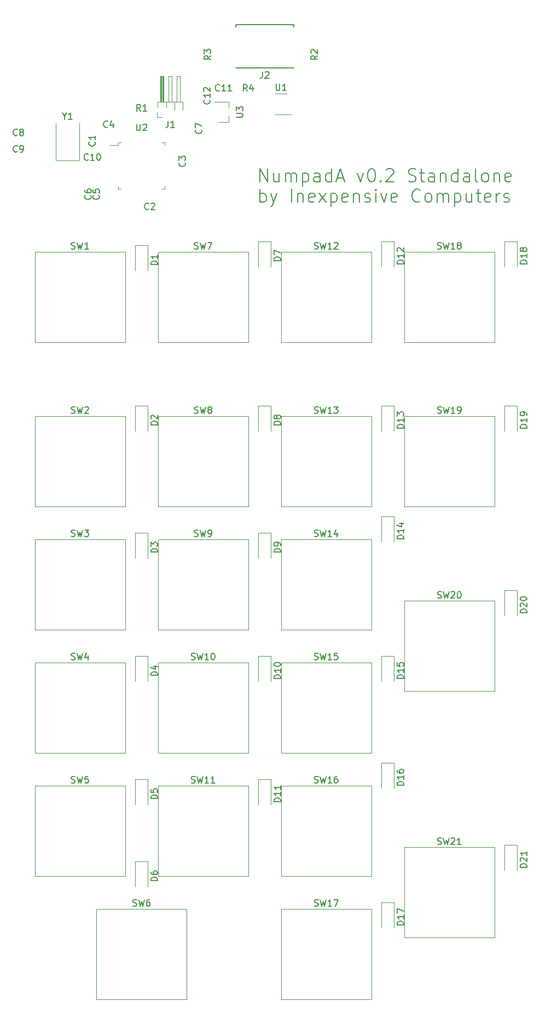
<source format=gbr>
G04 #@! TF.GenerationSoftware,KiCad,Pcbnew,(5.1.5-0-10_14)*
G04 #@! TF.CreationDate,2020-01-27T17:12:38-08:00*
G04 #@! TF.ProjectId,Numpad,4e756d70-6164-42e6-9b69-6361645f7063,rev?*
G04 #@! TF.SameCoordinates,Original*
G04 #@! TF.FileFunction,Legend,Top*
G04 #@! TF.FilePolarity,Positive*
%FSLAX46Y46*%
G04 Gerber Fmt 4.6, Leading zero omitted, Abs format (unit mm)*
G04 Created by KiCad (PCBNEW (5.1.5-0-10_14)) date 2020-01-27 17:12:38*
%MOMM*%
%LPD*%
G04 APERTURE LIST*
%ADD10C,0.150000*%
%ADD11C,0.120000*%
%ADD12C,0.200000*%
G04 APERTURE END LIST*
D10*
X62803690Y-41239761D02*
X62803690Y-39239761D01*
X63946547Y-41239761D01*
X63946547Y-39239761D01*
X65756071Y-39906428D02*
X65756071Y-41239761D01*
X64898928Y-39906428D02*
X64898928Y-40954047D01*
X64994166Y-41144523D01*
X65184642Y-41239761D01*
X65470357Y-41239761D01*
X65660833Y-41144523D01*
X65756071Y-41049285D01*
X66708452Y-41239761D02*
X66708452Y-39906428D01*
X66708452Y-40096904D02*
X66803690Y-40001666D01*
X66994166Y-39906428D01*
X67279880Y-39906428D01*
X67470357Y-40001666D01*
X67565595Y-40192142D01*
X67565595Y-41239761D01*
X67565595Y-40192142D02*
X67660833Y-40001666D01*
X67851309Y-39906428D01*
X68137023Y-39906428D01*
X68327500Y-40001666D01*
X68422738Y-40192142D01*
X68422738Y-41239761D01*
X69375119Y-39906428D02*
X69375119Y-41906428D01*
X69375119Y-40001666D02*
X69565595Y-39906428D01*
X69946547Y-39906428D01*
X70137023Y-40001666D01*
X70232261Y-40096904D01*
X70327500Y-40287380D01*
X70327500Y-40858809D01*
X70232261Y-41049285D01*
X70137023Y-41144523D01*
X69946547Y-41239761D01*
X69565595Y-41239761D01*
X69375119Y-41144523D01*
X72041785Y-41239761D02*
X72041785Y-40192142D01*
X71946547Y-40001666D01*
X71756071Y-39906428D01*
X71375119Y-39906428D01*
X71184642Y-40001666D01*
X72041785Y-41144523D02*
X71851309Y-41239761D01*
X71375119Y-41239761D01*
X71184642Y-41144523D01*
X71089404Y-40954047D01*
X71089404Y-40763571D01*
X71184642Y-40573095D01*
X71375119Y-40477857D01*
X71851309Y-40477857D01*
X72041785Y-40382619D01*
X73851309Y-41239761D02*
X73851309Y-39239761D01*
X73851309Y-41144523D02*
X73660833Y-41239761D01*
X73279880Y-41239761D01*
X73089404Y-41144523D01*
X72994166Y-41049285D01*
X72898928Y-40858809D01*
X72898928Y-40287380D01*
X72994166Y-40096904D01*
X73089404Y-40001666D01*
X73279880Y-39906428D01*
X73660833Y-39906428D01*
X73851309Y-40001666D01*
X74708452Y-40668333D02*
X75660833Y-40668333D01*
X74517976Y-41239761D02*
X75184642Y-39239761D01*
X75851309Y-41239761D01*
X77851309Y-39906428D02*
X78327500Y-41239761D01*
X78803690Y-39906428D01*
X79946547Y-39239761D02*
X80137023Y-39239761D01*
X80327500Y-39335000D01*
X80422738Y-39430238D01*
X80517976Y-39620714D01*
X80613214Y-40001666D01*
X80613214Y-40477857D01*
X80517976Y-40858809D01*
X80422738Y-41049285D01*
X80327500Y-41144523D01*
X80137023Y-41239761D01*
X79946547Y-41239761D01*
X79756071Y-41144523D01*
X79660833Y-41049285D01*
X79565595Y-40858809D01*
X79470357Y-40477857D01*
X79470357Y-40001666D01*
X79565595Y-39620714D01*
X79660833Y-39430238D01*
X79756071Y-39335000D01*
X79946547Y-39239761D01*
X81470357Y-41049285D02*
X81565595Y-41144523D01*
X81470357Y-41239761D01*
X81375119Y-41144523D01*
X81470357Y-41049285D01*
X81470357Y-41239761D01*
X82327500Y-39430238D02*
X82422738Y-39335000D01*
X82613214Y-39239761D01*
X83089404Y-39239761D01*
X83279880Y-39335000D01*
X83375119Y-39430238D01*
X83470357Y-39620714D01*
X83470357Y-39811190D01*
X83375119Y-40096904D01*
X82232261Y-41239761D01*
X83470357Y-41239761D01*
X85756071Y-41144523D02*
X86041785Y-41239761D01*
X86517976Y-41239761D01*
X86708452Y-41144523D01*
X86803690Y-41049285D01*
X86898928Y-40858809D01*
X86898928Y-40668333D01*
X86803690Y-40477857D01*
X86708452Y-40382619D01*
X86517976Y-40287380D01*
X86137023Y-40192142D01*
X85946547Y-40096904D01*
X85851309Y-40001666D01*
X85756071Y-39811190D01*
X85756071Y-39620714D01*
X85851309Y-39430238D01*
X85946547Y-39335000D01*
X86137023Y-39239761D01*
X86613214Y-39239761D01*
X86898928Y-39335000D01*
X87470357Y-39906428D02*
X88232261Y-39906428D01*
X87756071Y-39239761D02*
X87756071Y-40954047D01*
X87851309Y-41144523D01*
X88041785Y-41239761D01*
X88232261Y-41239761D01*
X89756071Y-41239761D02*
X89756071Y-40192142D01*
X89660833Y-40001666D01*
X89470357Y-39906428D01*
X89089404Y-39906428D01*
X88898928Y-40001666D01*
X89756071Y-41144523D02*
X89565595Y-41239761D01*
X89089404Y-41239761D01*
X88898928Y-41144523D01*
X88803690Y-40954047D01*
X88803690Y-40763571D01*
X88898928Y-40573095D01*
X89089404Y-40477857D01*
X89565595Y-40477857D01*
X89756071Y-40382619D01*
X90708452Y-39906428D02*
X90708452Y-41239761D01*
X90708452Y-40096904D02*
X90803690Y-40001666D01*
X90994166Y-39906428D01*
X91279880Y-39906428D01*
X91470357Y-40001666D01*
X91565595Y-40192142D01*
X91565595Y-41239761D01*
X93375119Y-41239761D02*
X93375119Y-39239761D01*
X93375119Y-41144523D02*
X93184642Y-41239761D01*
X92803690Y-41239761D01*
X92613214Y-41144523D01*
X92517976Y-41049285D01*
X92422738Y-40858809D01*
X92422738Y-40287380D01*
X92517976Y-40096904D01*
X92613214Y-40001666D01*
X92803690Y-39906428D01*
X93184642Y-39906428D01*
X93375119Y-40001666D01*
X95184642Y-41239761D02*
X95184642Y-40192142D01*
X95089404Y-40001666D01*
X94898928Y-39906428D01*
X94517976Y-39906428D01*
X94327500Y-40001666D01*
X95184642Y-41144523D02*
X94994166Y-41239761D01*
X94517976Y-41239761D01*
X94327500Y-41144523D01*
X94232261Y-40954047D01*
X94232261Y-40763571D01*
X94327500Y-40573095D01*
X94517976Y-40477857D01*
X94994166Y-40477857D01*
X95184642Y-40382619D01*
X96422738Y-41239761D02*
X96232261Y-41144523D01*
X96137023Y-40954047D01*
X96137023Y-39239761D01*
X97470357Y-41239761D02*
X97279880Y-41144523D01*
X97184642Y-41049285D01*
X97089404Y-40858809D01*
X97089404Y-40287380D01*
X97184642Y-40096904D01*
X97279880Y-40001666D01*
X97470357Y-39906428D01*
X97756071Y-39906428D01*
X97946547Y-40001666D01*
X98041785Y-40096904D01*
X98137023Y-40287380D01*
X98137023Y-40858809D01*
X98041785Y-41049285D01*
X97946547Y-41144523D01*
X97756071Y-41239761D01*
X97470357Y-41239761D01*
X98994166Y-39906428D02*
X98994166Y-41239761D01*
X98994166Y-40096904D02*
X99089404Y-40001666D01*
X99279880Y-39906428D01*
X99565595Y-39906428D01*
X99756071Y-40001666D01*
X99851309Y-40192142D01*
X99851309Y-41239761D01*
X101565595Y-41144523D02*
X101375119Y-41239761D01*
X100994166Y-41239761D01*
X100803690Y-41144523D01*
X100708452Y-40954047D01*
X100708452Y-40192142D01*
X100803690Y-40001666D01*
X100994166Y-39906428D01*
X101375119Y-39906428D01*
X101565595Y-40001666D01*
X101660833Y-40192142D01*
X101660833Y-40382619D01*
X100708452Y-40573095D01*
X62803690Y-44389761D02*
X62803690Y-42389761D01*
X62803690Y-43151666D02*
X62994166Y-43056428D01*
X63375119Y-43056428D01*
X63565595Y-43151666D01*
X63660833Y-43246904D01*
X63756071Y-43437380D01*
X63756071Y-44008809D01*
X63660833Y-44199285D01*
X63565595Y-44294523D01*
X63375119Y-44389761D01*
X62994166Y-44389761D01*
X62803690Y-44294523D01*
X64422738Y-43056428D02*
X64898928Y-44389761D01*
X65375119Y-43056428D02*
X64898928Y-44389761D01*
X64708452Y-44865952D01*
X64613214Y-44961190D01*
X64422738Y-45056428D01*
X67660833Y-44389761D02*
X67660833Y-42389761D01*
X68613214Y-43056428D02*
X68613214Y-44389761D01*
X68613214Y-43246904D02*
X68708452Y-43151666D01*
X68898928Y-43056428D01*
X69184642Y-43056428D01*
X69375119Y-43151666D01*
X69470357Y-43342142D01*
X69470357Y-44389761D01*
X71184642Y-44294523D02*
X70994166Y-44389761D01*
X70613214Y-44389761D01*
X70422738Y-44294523D01*
X70327500Y-44104047D01*
X70327500Y-43342142D01*
X70422738Y-43151666D01*
X70613214Y-43056428D01*
X70994166Y-43056428D01*
X71184642Y-43151666D01*
X71279880Y-43342142D01*
X71279880Y-43532619D01*
X70327500Y-43723095D01*
X71946547Y-44389761D02*
X72994166Y-43056428D01*
X71946547Y-43056428D02*
X72994166Y-44389761D01*
X73756071Y-43056428D02*
X73756071Y-45056428D01*
X73756071Y-43151666D02*
X73946547Y-43056428D01*
X74327500Y-43056428D01*
X74517976Y-43151666D01*
X74613214Y-43246904D01*
X74708452Y-43437380D01*
X74708452Y-44008809D01*
X74613214Y-44199285D01*
X74517976Y-44294523D01*
X74327500Y-44389761D01*
X73946547Y-44389761D01*
X73756071Y-44294523D01*
X76327500Y-44294523D02*
X76137023Y-44389761D01*
X75756071Y-44389761D01*
X75565595Y-44294523D01*
X75470357Y-44104047D01*
X75470357Y-43342142D01*
X75565595Y-43151666D01*
X75756071Y-43056428D01*
X76137023Y-43056428D01*
X76327500Y-43151666D01*
X76422738Y-43342142D01*
X76422738Y-43532619D01*
X75470357Y-43723095D01*
X77279880Y-43056428D02*
X77279880Y-44389761D01*
X77279880Y-43246904D02*
X77375119Y-43151666D01*
X77565595Y-43056428D01*
X77851309Y-43056428D01*
X78041785Y-43151666D01*
X78137023Y-43342142D01*
X78137023Y-44389761D01*
X78994166Y-44294523D02*
X79184642Y-44389761D01*
X79565595Y-44389761D01*
X79756071Y-44294523D01*
X79851309Y-44104047D01*
X79851309Y-44008809D01*
X79756071Y-43818333D01*
X79565595Y-43723095D01*
X79279880Y-43723095D01*
X79089404Y-43627857D01*
X78994166Y-43437380D01*
X78994166Y-43342142D01*
X79089404Y-43151666D01*
X79279880Y-43056428D01*
X79565595Y-43056428D01*
X79756071Y-43151666D01*
X80708452Y-44389761D02*
X80708452Y-43056428D01*
X80708452Y-42389761D02*
X80613214Y-42485000D01*
X80708452Y-42580238D01*
X80803690Y-42485000D01*
X80708452Y-42389761D01*
X80708452Y-42580238D01*
X81470357Y-43056428D02*
X81946547Y-44389761D01*
X82422738Y-43056428D01*
X83946547Y-44294523D02*
X83756071Y-44389761D01*
X83375119Y-44389761D01*
X83184642Y-44294523D01*
X83089404Y-44104047D01*
X83089404Y-43342142D01*
X83184642Y-43151666D01*
X83375119Y-43056428D01*
X83756071Y-43056428D01*
X83946547Y-43151666D01*
X84041785Y-43342142D01*
X84041785Y-43532619D01*
X83089404Y-43723095D01*
X87565595Y-44199285D02*
X87470357Y-44294523D01*
X87184642Y-44389761D01*
X86994166Y-44389761D01*
X86708452Y-44294523D01*
X86517976Y-44104047D01*
X86422738Y-43913571D01*
X86327500Y-43532619D01*
X86327500Y-43246904D01*
X86422738Y-42865952D01*
X86517976Y-42675476D01*
X86708452Y-42485000D01*
X86994166Y-42389761D01*
X87184642Y-42389761D01*
X87470357Y-42485000D01*
X87565595Y-42580238D01*
X88708452Y-44389761D02*
X88517976Y-44294523D01*
X88422738Y-44199285D01*
X88327500Y-44008809D01*
X88327500Y-43437380D01*
X88422738Y-43246904D01*
X88517976Y-43151666D01*
X88708452Y-43056428D01*
X88994166Y-43056428D01*
X89184642Y-43151666D01*
X89279880Y-43246904D01*
X89375119Y-43437380D01*
X89375119Y-44008809D01*
X89279880Y-44199285D01*
X89184642Y-44294523D01*
X88994166Y-44389761D01*
X88708452Y-44389761D01*
X90232261Y-44389761D02*
X90232261Y-43056428D01*
X90232261Y-43246904D02*
X90327500Y-43151666D01*
X90517976Y-43056428D01*
X90803690Y-43056428D01*
X90994166Y-43151666D01*
X91089404Y-43342142D01*
X91089404Y-44389761D01*
X91089404Y-43342142D02*
X91184642Y-43151666D01*
X91375119Y-43056428D01*
X91660833Y-43056428D01*
X91851309Y-43151666D01*
X91946547Y-43342142D01*
X91946547Y-44389761D01*
X92898928Y-43056428D02*
X92898928Y-45056428D01*
X92898928Y-43151666D02*
X93089404Y-43056428D01*
X93470357Y-43056428D01*
X93660833Y-43151666D01*
X93756071Y-43246904D01*
X93851309Y-43437380D01*
X93851309Y-44008809D01*
X93756071Y-44199285D01*
X93660833Y-44294523D01*
X93470357Y-44389761D01*
X93089404Y-44389761D01*
X92898928Y-44294523D01*
X95565595Y-43056428D02*
X95565595Y-44389761D01*
X94708452Y-43056428D02*
X94708452Y-44104047D01*
X94803690Y-44294523D01*
X94994166Y-44389761D01*
X95279880Y-44389761D01*
X95470357Y-44294523D01*
X95565595Y-44199285D01*
X96232261Y-43056428D02*
X96994166Y-43056428D01*
X96517976Y-42389761D02*
X96517976Y-44104047D01*
X96613214Y-44294523D01*
X96803690Y-44389761D01*
X96994166Y-44389761D01*
X98422738Y-44294523D02*
X98232261Y-44389761D01*
X97851309Y-44389761D01*
X97660833Y-44294523D01*
X97565595Y-44104047D01*
X97565595Y-43342142D01*
X97660833Y-43151666D01*
X97851309Y-43056428D01*
X98232261Y-43056428D01*
X98422738Y-43151666D01*
X98517976Y-43342142D01*
X98517976Y-43532619D01*
X97565595Y-43723095D01*
X99375119Y-44389761D02*
X99375119Y-43056428D01*
X99375119Y-43437380D02*
X99470357Y-43246904D01*
X99565595Y-43151666D01*
X99756071Y-43056428D01*
X99946547Y-43056428D01*
X100517976Y-44294523D02*
X100708452Y-44389761D01*
X101089404Y-44389761D01*
X101279880Y-44294523D01*
X101375119Y-44104047D01*
X101375119Y-44008809D01*
X101279880Y-43818333D01*
X101089404Y-43723095D01*
X100803690Y-43723095D01*
X100613214Y-43627857D01*
X100517976Y-43437380D01*
X100517976Y-43342142D01*
X100613214Y-43151666D01*
X100803690Y-43056428D01*
X101089404Y-43056428D01*
X101279880Y-43151666D01*
D11*
X27940000Y-66040000D02*
X27940000Y-52070000D01*
X41910000Y-66040000D02*
X27940000Y-66040000D01*
X41910000Y-52070000D02*
X41910000Y-66040000D01*
X27940000Y-52070000D02*
X41910000Y-52070000D01*
X27940000Y-91440000D02*
X27940000Y-77470000D01*
X41910000Y-91440000D02*
X27940000Y-91440000D01*
X41910000Y-77470000D02*
X41910000Y-91440000D01*
X27940000Y-77470000D02*
X41910000Y-77470000D01*
X27940000Y-110490000D02*
X27940000Y-96520000D01*
X41910000Y-110490000D02*
X27940000Y-110490000D01*
X41910000Y-96520000D02*
X41910000Y-110490000D01*
X27940000Y-96520000D02*
X41910000Y-96520000D01*
X27940000Y-115570000D02*
X41910000Y-115570000D01*
X41910000Y-115570000D02*
X41910000Y-129540000D01*
X41910000Y-129540000D02*
X27940000Y-129540000D01*
X27940000Y-129540000D02*
X27940000Y-115570000D01*
X27940000Y-148590000D02*
X27940000Y-134620000D01*
X41910000Y-148590000D02*
X27940000Y-148590000D01*
X41910000Y-134620000D02*
X41910000Y-148590000D01*
X27940000Y-134620000D02*
X41910000Y-134620000D01*
X37465000Y-167640000D02*
X37465000Y-153670000D01*
X51435000Y-167640000D02*
X37465000Y-167640000D01*
X51435000Y-153670000D02*
X51435000Y-167640000D01*
X37465000Y-153670000D02*
X51435000Y-153670000D01*
X46990000Y-52070000D02*
X60960000Y-52070000D01*
X60960000Y-52070000D02*
X60960000Y-66040000D01*
X60960000Y-66040000D02*
X46990000Y-66040000D01*
X46990000Y-66040000D02*
X46990000Y-52070000D01*
X46990000Y-77470000D02*
X60960000Y-77470000D01*
X60960000Y-77470000D02*
X60960000Y-91440000D01*
X60960000Y-91440000D02*
X46990000Y-91440000D01*
X46990000Y-91440000D02*
X46990000Y-77470000D01*
X46990000Y-96520000D02*
X60960000Y-96520000D01*
X60960000Y-96520000D02*
X60960000Y-110490000D01*
X60960000Y-110490000D02*
X46990000Y-110490000D01*
X46990000Y-110490000D02*
X46990000Y-96520000D01*
X46990000Y-129540000D02*
X46990000Y-115570000D01*
X60960000Y-129540000D02*
X46990000Y-129540000D01*
X60960000Y-115570000D02*
X60960000Y-129540000D01*
X46990000Y-115570000D02*
X60960000Y-115570000D01*
X46990000Y-134620000D02*
X60960000Y-134620000D01*
X60960000Y-134620000D02*
X60960000Y-148590000D01*
X60960000Y-148590000D02*
X46990000Y-148590000D01*
X46990000Y-148590000D02*
X46990000Y-134620000D01*
X66040000Y-66040000D02*
X66040000Y-52070000D01*
X80010000Y-66040000D02*
X66040000Y-66040000D01*
X80010000Y-52070000D02*
X80010000Y-66040000D01*
X66040000Y-52070000D02*
X80010000Y-52070000D01*
X66040000Y-91440000D02*
X66040000Y-77470000D01*
X80010000Y-91440000D02*
X66040000Y-91440000D01*
X80010000Y-77470000D02*
X80010000Y-91440000D01*
X66040000Y-77470000D02*
X80010000Y-77470000D01*
X66040000Y-110490000D02*
X66040000Y-96520000D01*
X80010000Y-110490000D02*
X66040000Y-110490000D01*
X80010000Y-96520000D02*
X80010000Y-110490000D01*
X66040000Y-96520000D02*
X80010000Y-96520000D01*
X66040000Y-115570000D02*
X80010000Y-115570000D01*
X80010000Y-115570000D02*
X80010000Y-129540000D01*
X80010000Y-129540000D02*
X66040000Y-129540000D01*
X66040000Y-129540000D02*
X66040000Y-115570000D01*
X66040000Y-148590000D02*
X66040000Y-134620000D01*
X80010000Y-148590000D02*
X66040000Y-148590000D01*
X80010000Y-134620000D02*
X80010000Y-148590000D01*
X66040000Y-134620000D02*
X80010000Y-134620000D01*
X66040000Y-153670000D02*
X80010000Y-153670000D01*
X80010000Y-153670000D02*
X80010000Y-167640000D01*
X80010000Y-167640000D02*
X66040000Y-167640000D01*
X66040000Y-167640000D02*
X66040000Y-153670000D01*
X85090000Y-52070000D02*
X99060000Y-52070000D01*
X99060000Y-52070000D02*
X99060000Y-66040000D01*
X99060000Y-66040000D02*
X85090000Y-66040000D01*
X85090000Y-66040000D02*
X85090000Y-52070000D01*
X85090000Y-77470000D02*
X99060000Y-77470000D01*
X99060000Y-77470000D02*
X99060000Y-91440000D01*
X99060000Y-91440000D02*
X85090000Y-91440000D01*
X85090000Y-91440000D02*
X85090000Y-77470000D01*
X85090000Y-106045000D02*
X99060000Y-106045000D01*
X99060000Y-106045000D02*
X99060000Y-120015000D01*
X99060000Y-120015000D02*
X85090000Y-120015000D01*
X85090000Y-120015000D02*
X85090000Y-106045000D01*
X85090000Y-158115000D02*
X85090000Y-144145000D01*
X99060000Y-158115000D02*
X85090000Y-158115000D01*
X99060000Y-144145000D02*
X99060000Y-158115000D01*
X85090000Y-144145000D02*
X99060000Y-144145000D01*
X45450000Y-51090000D02*
X43450000Y-51090000D01*
X43450000Y-51090000D02*
X43450000Y-54990000D01*
X45450000Y-51090000D02*
X45450000Y-54990000D01*
X45450000Y-75855000D02*
X43450000Y-75855000D01*
X43450000Y-75855000D02*
X43450000Y-79755000D01*
X45450000Y-75855000D02*
X45450000Y-79755000D01*
X45450000Y-95540000D02*
X43450000Y-95540000D01*
X43450000Y-95540000D02*
X43450000Y-99440000D01*
X45450000Y-95540000D02*
X45450000Y-99440000D01*
X45450000Y-114590000D02*
X45450000Y-118490000D01*
X43450000Y-114590000D02*
X43450000Y-118490000D01*
X45450000Y-114590000D02*
X43450000Y-114590000D01*
X45450000Y-133640000D02*
X43450000Y-133640000D01*
X43450000Y-133640000D02*
X43450000Y-137540000D01*
X45450000Y-133640000D02*
X45450000Y-137540000D01*
X45450000Y-146340000D02*
X45450000Y-150240000D01*
X43450000Y-146340000D02*
X43450000Y-150240000D01*
X45450000Y-146340000D02*
X43450000Y-146340000D01*
X64500000Y-50455000D02*
X64500000Y-54355000D01*
X62500000Y-50455000D02*
X62500000Y-54355000D01*
X64500000Y-50455000D02*
X62500000Y-50455000D01*
X64500000Y-75855000D02*
X64500000Y-79755000D01*
X62500000Y-75855000D02*
X62500000Y-79755000D01*
X64500000Y-75855000D02*
X62500000Y-75855000D01*
X64500000Y-95540000D02*
X62500000Y-95540000D01*
X62500000Y-95540000D02*
X62500000Y-99440000D01*
X64500000Y-95540000D02*
X64500000Y-99440000D01*
X64500000Y-114590000D02*
X64500000Y-118490000D01*
X62500000Y-114590000D02*
X62500000Y-118490000D01*
X64500000Y-114590000D02*
X62500000Y-114590000D01*
X64500000Y-133640000D02*
X62500000Y-133640000D01*
X62500000Y-133640000D02*
X62500000Y-137540000D01*
X64500000Y-133640000D02*
X64500000Y-137540000D01*
X83550000Y-50455000D02*
X81550000Y-50455000D01*
X81550000Y-50455000D02*
X81550000Y-54355000D01*
X83550000Y-50455000D02*
X83550000Y-54355000D01*
X83550000Y-75855000D02*
X83550000Y-79755000D01*
X81550000Y-75855000D02*
X81550000Y-79755000D01*
X83550000Y-75855000D02*
X81550000Y-75855000D01*
X83550000Y-93000000D02*
X81550000Y-93000000D01*
X81550000Y-93000000D02*
X81550000Y-96900000D01*
X83550000Y-93000000D02*
X83550000Y-96900000D01*
X83550000Y-114590000D02*
X83550000Y-118490000D01*
X81550000Y-114590000D02*
X81550000Y-118490000D01*
X83550000Y-114590000D02*
X81550000Y-114590000D01*
X83550000Y-131100000D02*
X81550000Y-131100000D01*
X81550000Y-131100000D02*
X81550000Y-135000000D01*
X83550000Y-131100000D02*
X83550000Y-135000000D01*
X83550000Y-152690000D02*
X83550000Y-156590000D01*
X81550000Y-152690000D02*
X81550000Y-156590000D01*
X83550000Y-152690000D02*
X81550000Y-152690000D01*
X102600000Y-50455000D02*
X102600000Y-54355000D01*
X100600000Y-50455000D02*
X100600000Y-54355000D01*
X102600000Y-50455000D02*
X100600000Y-50455000D01*
X102600000Y-75855000D02*
X100600000Y-75855000D01*
X100600000Y-75855000D02*
X100600000Y-79755000D01*
X102600000Y-75855000D02*
X102600000Y-79755000D01*
X102600000Y-104430000D02*
X102600000Y-108330000D01*
X100600000Y-104430000D02*
X100600000Y-108330000D01*
X102600000Y-104430000D02*
X100600000Y-104430000D01*
X102600000Y-143800000D02*
X100600000Y-143800000D01*
X100600000Y-143800000D02*
X100600000Y-147700000D01*
X102600000Y-143800000D02*
X102600000Y-147700000D01*
X46930000Y-29720000D02*
X46930000Y-28920000D01*
X46930000Y-28920000D02*
X50860000Y-28920000D01*
X50860000Y-28920000D02*
X50860000Y-30040000D01*
X50860000Y-30040000D02*
X50784677Y-30040000D01*
X47365000Y-28920000D02*
X47365000Y-24920000D01*
X47365000Y-24920000D02*
X47885000Y-24920000D01*
X47885000Y-24920000D02*
X47885000Y-28920000D01*
X47425000Y-28920000D02*
X47425000Y-24920000D01*
X47545000Y-28920000D02*
X47545000Y-24920000D01*
X47665000Y-28920000D02*
X47665000Y-24920000D01*
X47785000Y-28920000D02*
X47785000Y-24920000D01*
X48260000Y-29720000D02*
X48260000Y-28920000D01*
X48635000Y-28920000D02*
X48635000Y-24920000D01*
X48635000Y-24920000D02*
X49155000Y-24920000D01*
X49155000Y-24920000D02*
X49155000Y-28920000D01*
X49530000Y-30040000D02*
X49530000Y-28920000D01*
X49514677Y-30040000D02*
X49545323Y-30040000D01*
X49905000Y-28920000D02*
X49905000Y-24920000D01*
X49905000Y-24920000D02*
X50425000Y-24920000D01*
X50425000Y-24920000D02*
X50425000Y-28920000D01*
X47625000Y-31240000D02*
X46865000Y-31240000D01*
X46865000Y-31240000D02*
X46865000Y-30480000D01*
D12*
X67975000Y-23635000D02*
X59025000Y-23635000D01*
X67975000Y-17325000D02*
X67975000Y-16975000D01*
X67975000Y-16975000D02*
X59025000Y-16975000D01*
X59025000Y-16975000D02*
X59025000Y-17325000D01*
D11*
X66940000Y-27600000D02*
X65140000Y-27600000D01*
X65140000Y-30820000D02*
X67590000Y-30820000D01*
X47610000Y-42345000D02*
X48060000Y-42345000D01*
X48060000Y-42345000D02*
X48060000Y-41895000D01*
X41290000Y-42345000D02*
X40840000Y-42345000D01*
X40840000Y-42345000D02*
X40840000Y-41895000D01*
X47610000Y-35125000D02*
X48060000Y-35125000D01*
X48060000Y-35125000D02*
X48060000Y-35575000D01*
X41290000Y-35125000D02*
X40840000Y-35125000D01*
X40840000Y-35125000D02*
X40840000Y-35575000D01*
X40840000Y-35575000D02*
X39550000Y-35575000D01*
X57910000Y-32060000D02*
X57910000Y-31130000D01*
X57910000Y-28900000D02*
X57910000Y-29830000D01*
X57910000Y-28900000D02*
X55750000Y-28900000D01*
X57910000Y-32060000D02*
X56450000Y-32060000D01*
X31220000Y-32225000D02*
X31220000Y-37975000D01*
X31220000Y-37975000D02*
X34820000Y-37975000D01*
X34820000Y-37975000D02*
X34820000Y-32225000D01*
D10*
X60793333Y-27222380D02*
X60460000Y-26746190D01*
X60221904Y-27222380D02*
X60221904Y-26222380D01*
X60602857Y-26222380D01*
X60698095Y-26270000D01*
X60745714Y-26317619D01*
X60793333Y-26412857D01*
X60793333Y-26555714D01*
X60745714Y-26650952D01*
X60698095Y-26698571D01*
X60602857Y-26746190D01*
X60221904Y-26746190D01*
X61650476Y-26555714D02*
X61650476Y-27222380D01*
X61412380Y-26174761D02*
X61174285Y-26889047D01*
X61793333Y-26889047D01*
X33591666Y-51585761D02*
X33734523Y-51633380D01*
X33972619Y-51633380D01*
X34067857Y-51585761D01*
X34115476Y-51538142D01*
X34163095Y-51442904D01*
X34163095Y-51347666D01*
X34115476Y-51252428D01*
X34067857Y-51204809D01*
X33972619Y-51157190D01*
X33782142Y-51109571D01*
X33686904Y-51061952D01*
X33639285Y-51014333D01*
X33591666Y-50919095D01*
X33591666Y-50823857D01*
X33639285Y-50728619D01*
X33686904Y-50681000D01*
X33782142Y-50633380D01*
X34020238Y-50633380D01*
X34163095Y-50681000D01*
X34496428Y-50633380D02*
X34734523Y-51633380D01*
X34925000Y-50919095D01*
X35115476Y-51633380D01*
X35353571Y-50633380D01*
X36258333Y-51633380D02*
X35686904Y-51633380D01*
X35972619Y-51633380D02*
X35972619Y-50633380D01*
X35877380Y-50776238D01*
X35782142Y-50871476D01*
X35686904Y-50919095D01*
X33591666Y-76985761D02*
X33734523Y-77033380D01*
X33972619Y-77033380D01*
X34067857Y-76985761D01*
X34115476Y-76938142D01*
X34163095Y-76842904D01*
X34163095Y-76747666D01*
X34115476Y-76652428D01*
X34067857Y-76604809D01*
X33972619Y-76557190D01*
X33782142Y-76509571D01*
X33686904Y-76461952D01*
X33639285Y-76414333D01*
X33591666Y-76319095D01*
X33591666Y-76223857D01*
X33639285Y-76128619D01*
X33686904Y-76081000D01*
X33782142Y-76033380D01*
X34020238Y-76033380D01*
X34163095Y-76081000D01*
X34496428Y-76033380D02*
X34734523Y-77033380D01*
X34925000Y-76319095D01*
X35115476Y-77033380D01*
X35353571Y-76033380D01*
X35686904Y-76128619D02*
X35734523Y-76081000D01*
X35829761Y-76033380D01*
X36067857Y-76033380D01*
X36163095Y-76081000D01*
X36210714Y-76128619D01*
X36258333Y-76223857D01*
X36258333Y-76319095D01*
X36210714Y-76461952D01*
X35639285Y-77033380D01*
X36258333Y-77033380D01*
X33591666Y-96035761D02*
X33734523Y-96083380D01*
X33972619Y-96083380D01*
X34067857Y-96035761D01*
X34115476Y-95988142D01*
X34163095Y-95892904D01*
X34163095Y-95797666D01*
X34115476Y-95702428D01*
X34067857Y-95654809D01*
X33972619Y-95607190D01*
X33782142Y-95559571D01*
X33686904Y-95511952D01*
X33639285Y-95464333D01*
X33591666Y-95369095D01*
X33591666Y-95273857D01*
X33639285Y-95178619D01*
X33686904Y-95131000D01*
X33782142Y-95083380D01*
X34020238Y-95083380D01*
X34163095Y-95131000D01*
X34496428Y-95083380D02*
X34734523Y-96083380D01*
X34925000Y-95369095D01*
X35115476Y-96083380D01*
X35353571Y-95083380D01*
X35639285Y-95083380D02*
X36258333Y-95083380D01*
X35925000Y-95464333D01*
X36067857Y-95464333D01*
X36163095Y-95511952D01*
X36210714Y-95559571D01*
X36258333Y-95654809D01*
X36258333Y-95892904D01*
X36210714Y-95988142D01*
X36163095Y-96035761D01*
X36067857Y-96083380D01*
X35782142Y-96083380D01*
X35686904Y-96035761D01*
X35639285Y-95988142D01*
X33591666Y-115085761D02*
X33734523Y-115133380D01*
X33972619Y-115133380D01*
X34067857Y-115085761D01*
X34115476Y-115038142D01*
X34163095Y-114942904D01*
X34163095Y-114847666D01*
X34115476Y-114752428D01*
X34067857Y-114704809D01*
X33972619Y-114657190D01*
X33782142Y-114609571D01*
X33686904Y-114561952D01*
X33639285Y-114514333D01*
X33591666Y-114419095D01*
X33591666Y-114323857D01*
X33639285Y-114228619D01*
X33686904Y-114181000D01*
X33782142Y-114133380D01*
X34020238Y-114133380D01*
X34163095Y-114181000D01*
X34496428Y-114133380D02*
X34734523Y-115133380D01*
X34925000Y-114419095D01*
X35115476Y-115133380D01*
X35353571Y-114133380D01*
X36163095Y-114466714D02*
X36163095Y-115133380D01*
X35925000Y-114085761D02*
X35686904Y-114800047D01*
X36305952Y-114800047D01*
X33591666Y-134135761D02*
X33734523Y-134183380D01*
X33972619Y-134183380D01*
X34067857Y-134135761D01*
X34115476Y-134088142D01*
X34163095Y-133992904D01*
X34163095Y-133897666D01*
X34115476Y-133802428D01*
X34067857Y-133754809D01*
X33972619Y-133707190D01*
X33782142Y-133659571D01*
X33686904Y-133611952D01*
X33639285Y-133564333D01*
X33591666Y-133469095D01*
X33591666Y-133373857D01*
X33639285Y-133278619D01*
X33686904Y-133231000D01*
X33782142Y-133183380D01*
X34020238Y-133183380D01*
X34163095Y-133231000D01*
X34496428Y-133183380D02*
X34734523Y-134183380D01*
X34925000Y-133469095D01*
X35115476Y-134183380D01*
X35353571Y-133183380D01*
X36210714Y-133183380D02*
X35734523Y-133183380D01*
X35686904Y-133659571D01*
X35734523Y-133611952D01*
X35829761Y-133564333D01*
X36067857Y-133564333D01*
X36163095Y-133611952D01*
X36210714Y-133659571D01*
X36258333Y-133754809D01*
X36258333Y-133992904D01*
X36210714Y-134088142D01*
X36163095Y-134135761D01*
X36067857Y-134183380D01*
X35829761Y-134183380D01*
X35734523Y-134135761D01*
X35686904Y-134088142D01*
X43116666Y-153185761D02*
X43259523Y-153233380D01*
X43497619Y-153233380D01*
X43592857Y-153185761D01*
X43640476Y-153138142D01*
X43688095Y-153042904D01*
X43688095Y-152947666D01*
X43640476Y-152852428D01*
X43592857Y-152804809D01*
X43497619Y-152757190D01*
X43307142Y-152709571D01*
X43211904Y-152661952D01*
X43164285Y-152614333D01*
X43116666Y-152519095D01*
X43116666Y-152423857D01*
X43164285Y-152328619D01*
X43211904Y-152281000D01*
X43307142Y-152233380D01*
X43545238Y-152233380D01*
X43688095Y-152281000D01*
X44021428Y-152233380D02*
X44259523Y-153233380D01*
X44450000Y-152519095D01*
X44640476Y-153233380D01*
X44878571Y-152233380D01*
X45688095Y-152233380D02*
X45497619Y-152233380D01*
X45402380Y-152281000D01*
X45354761Y-152328619D01*
X45259523Y-152471476D01*
X45211904Y-152661952D01*
X45211904Y-153042904D01*
X45259523Y-153138142D01*
X45307142Y-153185761D01*
X45402380Y-153233380D01*
X45592857Y-153233380D01*
X45688095Y-153185761D01*
X45735714Y-153138142D01*
X45783333Y-153042904D01*
X45783333Y-152804809D01*
X45735714Y-152709571D01*
X45688095Y-152661952D01*
X45592857Y-152614333D01*
X45402380Y-152614333D01*
X45307142Y-152661952D01*
X45259523Y-152709571D01*
X45211904Y-152804809D01*
X52641666Y-51585761D02*
X52784523Y-51633380D01*
X53022619Y-51633380D01*
X53117857Y-51585761D01*
X53165476Y-51538142D01*
X53213095Y-51442904D01*
X53213095Y-51347666D01*
X53165476Y-51252428D01*
X53117857Y-51204809D01*
X53022619Y-51157190D01*
X52832142Y-51109571D01*
X52736904Y-51061952D01*
X52689285Y-51014333D01*
X52641666Y-50919095D01*
X52641666Y-50823857D01*
X52689285Y-50728619D01*
X52736904Y-50681000D01*
X52832142Y-50633380D01*
X53070238Y-50633380D01*
X53213095Y-50681000D01*
X53546428Y-50633380D02*
X53784523Y-51633380D01*
X53975000Y-50919095D01*
X54165476Y-51633380D01*
X54403571Y-50633380D01*
X54689285Y-50633380D02*
X55355952Y-50633380D01*
X54927380Y-51633380D01*
X52641666Y-76985761D02*
X52784523Y-77033380D01*
X53022619Y-77033380D01*
X53117857Y-76985761D01*
X53165476Y-76938142D01*
X53213095Y-76842904D01*
X53213095Y-76747666D01*
X53165476Y-76652428D01*
X53117857Y-76604809D01*
X53022619Y-76557190D01*
X52832142Y-76509571D01*
X52736904Y-76461952D01*
X52689285Y-76414333D01*
X52641666Y-76319095D01*
X52641666Y-76223857D01*
X52689285Y-76128619D01*
X52736904Y-76081000D01*
X52832142Y-76033380D01*
X53070238Y-76033380D01*
X53213095Y-76081000D01*
X53546428Y-76033380D02*
X53784523Y-77033380D01*
X53975000Y-76319095D01*
X54165476Y-77033380D01*
X54403571Y-76033380D01*
X54927380Y-76461952D02*
X54832142Y-76414333D01*
X54784523Y-76366714D01*
X54736904Y-76271476D01*
X54736904Y-76223857D01*
X54784523Y-76128619D01*
X54832142Y-76081000D01*
X54927380Y-76033380D01*
X55117857Y-76033380D01*
X55213095Y-76081000D01*
X55260714Y-76128619D01*
X55308333Y-76223857D01*
X55308333Y-76271476D01*
X55260714Y-76366714D01*
X55213095Y-76414333D01*
X55117857Y-76461952D01*
X54927380Y-76461952D01*
X54832142Y-76509571D01*
X54784523Y-76557190D01*
X54736904Y-76652428D01*
X54736904Y-76842904D01*
X54784523Y-76938142D01*
X54832142Y-76985761D01*
X54927380Y-77033380D01*
X55117857Y-77033380D01*
X55213095Y-76985761D01*
X55260714Y-76938142D01*
X55308333Y-76842904D01*
X55308333Y-76652428D01*
X55260714Y-76557190D01*
X55213095Y-76509571D01*
X55117857Y-76461952D01*
X52641666Y-96035761D02*
X52784523Y-96083380D01*
X53022619Y-96083380D01*
X53117857Y-96035761D01*
X53165476Y-95988142D01*
X53213095Y-95892904D01*
X53213095Y-95797666D01*
X53165476Y-95702428D01*
X53117857Y-95654809D01*
X53022619Y-95607190D01*
X52832142Y-95559571D01*
X52736904Y-95511952D01*
X52689285Y-95464333D01*
X52641666Y-95369095D01*
X52641666Y-95273857D01*
X52689285Y-95178619D01*
X52736904Y-95131000D01*
X52832142Y-95083380D01*
X53070238Y-95083380D01*
X53213095Y-95131000D01*
X53546428Y-95083380D02*
X53784523Y-96083380D01*
X53975000Y-95369095D01*
X54165476Y-96083380D01*
X54403571Y-95083380D01*
X54832142Y-96083380D02*
X55022619Y-96083380D01*
X55117857Y-96035761D01*
X55165476Y-95988142D01*
X55260714Y-95845285D01*
X55308333Y-95654809D01*
X55308333Y-95273857D01*
X55260714Y-95178619D01*
X55213095Y-95131000D01*
X55117857Y-95083380D01*
X54927380Y-95083380D01*
X54832142Y-95131000D01*
X54784523Y-95178619D01*
X54736904Y-95273857D01*
X54736904Y-95511952D01*
X54784523Y-95607190D01*
X54832142Y-95654809D01*
X54927380Y-95702428D01*
X55117857Y-95702428D01*
X55213095Y-95654809D01*
X55260714Y-95607190D01*
X55308333Y-95511952D01*
X52165476Y-115085761D02*
X52308333Y-115133380D01*
X52546428Y-115133380D01*
X52641666Y-115085761D01*
X52689285Y-115038142D01*
X52736904Y-114942904D01*
X52736904Y-114847666D01*
X52689285Y-114752428D01*
X52641666Y-114704809D01*
X52546428Y-114657190D01*
X52355952Y-114609571D01*
X52260714Y-114561952D01*
X52213095Y-114514333D01*
X52165476Y-114419095D01*
X52165476Y-114323857D01*
X52213095Y-114228619D01*
X52260714Y-114181000D01*
X52355952Y-114133380D01*
X52594047Y-114133380D01*
X52736904Y-114181000D01*
X53070238Y-114133380D02*
X53308333Y-115133380D01*
X53498809Y-114419095D01*
X53689285Y-115133380D01*
X53927380Y-114133380D01*
X54832142Y-115133380D02*
X54260714Y-115133380D01*
X54546428Y-115133380D02*
X54546428Y-114133380D01*
X54451190Y-114276238D01*
X54355952Y-114371476D01*
X54260714Y-114419095D01*
X55451190Y-114133380D02*
X55546428Y-114133380D01*
X55641666Y-114181000D01*
X55689285Y-114228619D01*
X55736904Y-114323857D01*
X55784523Y-114514333D01*
X55784523Y-114752428D01*
X55736904Y-114942904D01*
X55689285Y-115038142D01*
X55641666Y-115085761D01*
X55546428Y-115133380D01*
X55451190Y-115133380D01*
X55355952Y-115085761D01*
X55308333Y-115038142D01*
X55260714Y-114942904D01*
X55213095Y-114752428D01*
X55213095Y-114514333D01*
X55260714Y-114323857D01*
X55308333Y-114228619D01*
X55355952Y-114181000D01*
X55451190Y-114133380D01*
X52165476Y-134135761D02*
X52308333Y-134183380D01*
X52546428Y-134183380D01*
X52641666Y-134135761D01*
X52689285Y-134088142D01*
X52736904Y-133992904D01*
X52736904Y-133897666D01*
X52689285Y-133802428D01*
X52641666Y-133754809D01*
X52546428Y-133707190D01*
X52355952Y-133659571D01*
X52260714Y-133611952D01*
X52213095Y-133564333D01*
X52165476Y-133469095D01*
X52165476Y-133373857D01*
X52213095Y-133278619D01*
X52260714Y-133231000D01*
X52355952Y-133183380D01*
X52594047Y-133183380D01*
X52736904Y-133231000D01*
X53070238Y-133183380D02*
X53308333Y-134183380D01*
X53498809Y-133469095D01*
X53689285Y-134183380D01*
X53927380Y-133183380D01*
X54832142Y-134183380D02*
X54260714Y-134183380D01*
X54546428Y-134183380D02*
X54546428Y-133183380D01*
X54451190Y-133326238D01*
X54355952Y-133421476D01*
X54260714Y-133469095D01*
X55784523Y-134183380D02*
X55213095Y-134183380D01*
X55498809Y-134183380D02*
X55498809Y-133183380D01*
X55403571Y-133326238D01*
X55308333Y-133421476D01*
X55213095Y-133469095D01*
X71215476Y-51585761D02*
X71358333Y-51633380D01*
X71596428Y-51633380D01*
X71691666Y-51585761D01*
X71739285Y-51538142D01*
X71786904Y-51442904D01*
X71786904Y-51347666D01*
X71739285Y-51252428D01*
X71691666Y-51204809D01*
X71596428Y-51157190D01*
X71405952Y-51109571D01*
X71310714Y-51061952D01*
X71263095Y-51014333D01*
X71215476Y-50919095D01*
X71215476Y-50823857D01*
X71263095Y-50728619D01*
X71310714Y-50681000D01*
X71405952Y-50633380D01*
X71644047Y-50633380D01*
X71786904Y-50681000D01*
X72120238Y-50633380D02*
X72358333Y-51633380D01*
X72548809Y-50919095D01*
X72739285Y-51633380D01*
X72977380Y-50633380D01*
X73882142Y-51633380D02*
X73310714Y-51633380D01*
X73596428Y-51633380D02*
X73596428Y-50633380D01*
X73501190Y-50776238D01*
X73405952Y-50871476D01*
X73310714Y-50919095D01*
X74263095Y-50728619D02*
X74310714Y-50681000D01*
X74405952Y-50633380D01*
X74644047Y-50633380D01*
X74739285Y-50681000D01*
X74786904Y-50728619D01*
X74834523Y-50823857D01*
X74834523Y-50919095D01*
X74786904Y-51061952D01*
X74215476Y-51633380D01*
X74834523Y-51633380D01*
X71215476Y-76985761D02*
X71358333Y-77033380D01*
X71596428Y-77033380D01*
X71691666Y-76985761D01*
X71739285Y-76938142D01*
X71786904Y-76842904D01*
X71786904Y-76747666D01*
X71739285Y-76652428D01*
X71691666Y-76604809D01*
X71596428Y-76557190D01*
X71405952Y-76509571D01*
X71310714Y-76461952D01*
X71263095Y-76414333D01*
X71215476Y-76319095D01*
X71215476Y-76223857D01*
X71263095Y-76128619D01*
X71310714Y-76081000D01*
X71405952Y-76033380D01*
X71644047Y-76033380D01*
X71786904Y-76081000D01*
X72120238Y-76033380D02*
X72358333Y-77033380D01*
X72548809Y-76319095D01*
X72739285Y-77033380D01*
X72977380Y-76033380D01*
X73882142Y-77033380D02*
X73310714Y-77033380D01*
X73596428Y-77033380D02*
X73596428Y-76033380D01*
X73501190Y-76176238D01*
X73405952Y-76271476D01*
X73310714Y-76319095D01*
X74215476Y-76033380D02*
X74834523Y-76033380D01*
X74501190Y-76414333D01*
X74644047Y-76414333D01*
X74739285Y-76461952D01*
X74786904Y-76509571D01*
X74834523Y-76604809D01*
X74834523Y-76842904D01*
X74786904Y-76938142D01*
X74739285Y-76985761D01*
X74644047Y-77033380D01*
X74358333Y-77033380D01*
X74263095Y-76985761D01*
X74215476Y-76938142D01*
X71215476Y-96035761D02*
X71358333Y-96083380D01*
X71596428Y-96083380D01*
X71691666Y-96035761D01*
X71739285Y-95988142D01*
X71786904Y-95892904D01*
X71786904Y-95797666D01*
X71739285Y-95702428D01*
X71691666Y-95654809D01*
X71596428Y-95607190D01*
X71405952Y-95559571D01*
X71310714Y-95511952D01*
X71263095Y-95464333D01*
X71215476Y-95369095D01*
X71215476Y-95273857D01*
X71263095Y-95178619D01*
X71310714Y-95131000D01*
X71405952Y-95083380D01*
X71644047Y-95083380D01*
X71786904Y-95131000D01*
X72120238Y-95083380D02*
X72358333Y-96083380D01*
X72548809Y-95369095D01*
X72739285Y-96083380D01*
X72977380Y-95083380D01*
X73882142Y-96083380D02*
X73310714Y-96083380D01*
X73596428Y-96083380D02*
X73596428Y-95083380D01*
X73501190Y-95226238D01*
X73405952Y-95321476D01*
X73310714Y-95369095D01*
X74739285Y-95416714D02*
X74739285Y-96083380D01*
X74501190Y-95035761D02*
X74263095Y-95750047D01*
X74882142Y-95750047D01*
X71215476Y-115085761D02*
X71358333Y-115133380D01*
X71596428Y-115133380D01*
X71691666Y-115085761D01*
X71739285Y-115038142D01*
X71786904Y-114942904D01*
X71786904Y-114847666D01*
X71739285Y-114752428D01*
X71691666Y-114704809D01*
X71596428Y-114657190D01*
X71405952Y-114609571D01*
X71310714Y-114561952D01*
X71263095Y-114514333D01*
X71215476Y-114419095D01*
X71215476Y-114323857D01*
X71263095Y-114228619D01*
X71310714Y-114181000D01*
X71405952Y-114133380D01*
X71644047Y-114133380D01*
X71786904Y-114181000D01*
X72120238Y-114133380D02*
X72358333Y-115133380D01*
X72548809Y-114419095D01*
X72739285Y-115133380D01*
X72977380Y-114133380D01*
X73882142Y-115133380D02*
X73310714Y-115133380D01*
X73596428Y-115133380D02*
X73596428Y-114133380D01*
X73501190Y-114276238D01*
X73405952Y-114371476D01*
X73310714Y-114419095D01*
X74786904Y-114133380D02*
X74310714Y-114133380D01*
X74263095Y-114609571D01*
X74310714Y-114561952D01*
X74405952Y-114514333D01*
X74644047Y-114514333D01*
X74739285Y-114561952D01*
X74786904Y-114609571D01*
X74834523Y-114704809D01*
X74834523Y-114942904D01*
X74786904Y-115038142D01*
X74739285Y-115085761D01*
X74644047Y-115133380D01*
X74405952Y-115133380D01*
X74310714Y-115085761D01*
X74263095Y-115038142D01*
X71215476Y-134135761D02*
X71358333Y-134183380D01*
X71596428Y-134183380D01*
X71691666Y-134135761D01*
X71739285Y-134088142D01*
X71786904Y-133992904D01*
X71786904Y-133897666D01*
X71739285Y-133802428D01*
X71691666Y-133754809D01*
X71596428Y-133707190D01*
X71405952Y-133659571D01*
X71310714Y-133611952D01*
X71263095Y-133564333D01*
X71215476Y-133469095D01*
X71215476Y-133373857D01*
X71263095Y-133278619D01*
X71310714Y-133231000D01*
X71405952Y-133183380D01*
X71644047Y-133183380D01*
X71786904Y-133231000D01*
X72120238Y-133183380D02*
X72358333Y-134183380D01*
X72548809Y-133469095D01*
X72739285Y-134183380D01*
X72977380Y-133183380D01*
X73882142Y-134183380D02*
X73310714Y-134183380D01*
X73596428Y-134183380D02*
X73596428Y-133183380D01*
X73501190Y-133326238D01*
X73405952Y-133421476D01*
X73310714Y-133469095D01*
X74739285Y-133183380D02*
X74548809Y-133183380D01*
X74453571Y-133231000D01*
X74405952Y-133278619D01*
X74310714Y-133421476D01*
X74263095Y-133611952D01*
X74263095Y-133992904D01*
X74310714Y-134088142D01*
X74358333Y-134135761D01*
X74453571Y-134183380D01*
X74644047Y-134183380D01*
X74739285Y-134135761D01*
X74786904Y-134088142D01*
X74834523Y-133992904D01*
X74834523Y-133754809D01*
X74786904Y-133659571D01*
X74739285Y-133611952D01*
X74644047Y-133564333D01*
X74453571Y-133564333D01*
X74358333Y-133611952D01*
X74310714Y-133659571D01*
X74263095Y-133754809D01*
X71215476Y-153185761D02*
X71358333Y-153233380D01*
X71596428Y-153233380D01*
X71691666Y-153185761D01*
X71739285Y-153138142D01*
X71786904Y-153042904D01*
X71786904Y-152947666D01*
X71739285Y-152852428D01*
X71691666Y-152804809D01*
X71596428Y-152757190D01*
X71405952Y-152709571D01*
X71310714Y-152661952D01*
X71263095Y-152614333D01*
X71215476Y-152519095D01*
X71215476Y-152423857D01*
X71263095Y-152328619D01*
X71310714Y-152281000D01*
X71405952Y-152233380D01*
X71644047Y-152233380D01*
X71786904Y-152281000D01*
X72120238Y-152233380D02*
X72358333Y-153233380D01*
X72548809Y-152519095D01*
X72739285Y-153233380D01*
X72977380Y-152233380D01*
X73882142Y-153233380D02*
X73310714Y-153233380D01*
X73596428Y-153233380D02*
X73596428Y-152233380D01*
X73501190Y-152376238D01*
X73405952Y-152471476D01*
X73310714Y-152519095D01*
X74215476Y-152233380D02*
X74882142Y-152233380D01*
X74453571Y-153233380D01*
X90265476Y-51585761D02*
X90408333Y-51633380D01*
X90646428Y-51633380D01*
X90741666Y-51585761D01*
X90789285Y-51538142D01*
X90836904Y-51442904D01*
X90836904Y-51347666D01*
X90789285Y-51252428D01*
X90741666Y-51204809D01*
X90646428Y-51157190D01*
X90455952Y-51109571D01*
X90360714Y-51061952D01*
X90313095Y-51014333D01*
X90265476Y-50919095D01*
X90265476Y-50823857D01*
X90313095Y-50728619D01*
X90360714Y-50681000D01*
X90455952Y-50633380D01*
X90694047Y-50633380D01*
X90836904Y-50681000D01*
X91170238Y-50633380D02*
X91408333Y-51633380D01*
X91598809Y-50919095D01*
X91789285Y-51633380D01*
X92027380Y-50633380D01*
X92932142Y-51633380D02*
X92360714Y-51633380D01*
X92646428Y-51633380D02*
X92646428Y-50633380D01*
X92551190Y-50776238D01*
X92455952Y-50871476D01*
X92360714Y-50919095D01*
X93503571Y-51061952D02*
X93408333Y-51014333D01*
X93360714Y-50966714D01*
X93313095Y-50871476D01*
X93313095Y-50823857D01*
X93360714Y-50728619D01*
X93408333Y-50681000D01*
X93503571Y-50633380D01*
X93694047Y-50633380D01*
X93789285Y-50681000D01*
X93836904Y-50728619D01*
X93884523Y-50823857D01*
X93884523Y-50871476D01*
X93836904Y-50966714D01*
X93789285Y-51014333D01*
X93694047Y-51061952D01*
X93503571Y-51061952D01*
X93408333Y-51109571D01*
X93360714Y-51157190D01*
X93313095Y-51252428D01*
X93313095Y-51442904D01*
X93360714Y-51538142D01*
X93408333Y-51585761D01*
X93503571Y-51633380D01*
X93694047Y-51633380D01*
X93789285Y-51585761D01*
X93836904Y-51538142D01*
X93884523Y-51442904D01*
X93884523Y-51252428D01*
X93836904Y-51157190D01*
X93789285Y-51109571D01*
X93694047Y-51061952D01*
X90265476Y-76985761D02*
X90408333Y-77033380D01*
X90646428Y-77033380D01*
X90741666Y-76985761D01*
X90789285Y-76938142D01*
X90836904Y-76842904D01*
X90836904Y-76747666D01*
X90789285Y-76652428D01*
X90741666Y-76604809D01*
X90646428Y-76557190D01*
X90455952Y-76509571D01*
X90360714Y-76461952D01*
X90313095Y-76414333D01*
X90265476Y-76319095D01*
X90265476Y-76223857D01*
X90313095Y-76128619D01*
X90360714Y-76081000D01*
X90455952Y-76033380D01*
X90694047Y-76033380D01*
X90836904Y-76081000D01*
X91170238Y-76033380D02*
X91408333Y-77033380D01*
X91598809Y-76319095D01*
X91789285Y-77033380D01*
X92027380Y-76033380D01*
X92932142Y-77033380D02*
X92360714Y-77033380D01*
X92646428Y-77033380D02*
X92646428Y-76033380D01*
X92551190Y-76176238D01*
X92455952Y-76271476D01*
X92360714Y-76319095D01*
X93408333Y-77033380D02*
X93598809Y-77033380D01*
X93694047Y-76985761D01*
X93741666Y-76938142D01*
X93836904Y-76795285D01*
X93884523Y-76604809D01*
X93884523Y-76223857D01*
X93836904Y-76128619D01*
X93789285Y-76081000D01*
X93694047Y-76033380D01*
X93503571Y-76033380D01*
X93408333Y-76081000D01*
X93360714Y-76128619D01*
X93313095Y-76223857D01*
X93313095Y-76461952D01*
X93360714Y-76557190D01*
X93408333Y-76604809D01*
X93503571Y-76652428D01*
X93694047Y-76652428D01*
X93789285Y-76604809D01*
X93836904Y-76557190D01*
X93884523Y-76461952D01*
X90265476Y-105560761D02*
X90408333Y-105608380D01*
X90646428Y-105608380D01*
X90741666Y-105560761D01*
X90789285Y-105513142D01*
X90836904Y-105417904D01*
X90836904Y-105322666D01*
X90789285Y-105227428D01*
X90741666Y-105179809D01*
X90646428Y-105132190D01*
X90455952Y-105084571D01*
X90360714Y-105036952D01*
X90313095Y-104989333D01*
X90265476Y-104894095D01*
X90265476Y-104798857D01*
X90313095Y-104703619D01*
X90360714Y-104656000D01*
X90455952Y-104608380D01*
X90694047Y-104608380D01*
X90836904Y-104656000D01*
X91170238Y-104608380D02*
X91408333Y-105608380D01*
X91598809Y-104894095D01*
X91789285Y-105608380D01*
X92027380Y-104608380D01*
X92360714Y-104703619D02*
X92408333Y-104656000D01*
X92503571Y-104608380D01*
X92741666Y-104608380D01*
X92836904Y-104656000D01*
X92884523Y-104703619D01*
X92932142Y-104798857D01*
X92932142Y-104894095D01*
X92884523Y-105036952D01*
X92313095Y-105608380D01*
X92932142Y-105608380D01*
X93551190Y-104608380D02*
X93646428Y-104608380D01*
X93741666Y-104656000D01*
X93789285Y-104703619D01*
X93836904Y-104798857D01*
X93884523Y-104989333D01*
X93884523Y-105227428D01*
X93836904Y-105417904D01*
X93789285Y-105513142D01*
X93741666Y-105560761D01*
X93646428Y-105608380D01*
X93551190Y-105608380D01*
X93455952Y-105560761D01*
X93408333Y-105513142D01*
X93360714Y-105417904D01*
X93313095Y-105227428D01*
X93313095Y-104989333D01*
X93360714Y-104798857D01*
X93408333Y-104703619D01*
X93455952Y-104656000D01*
X93551190Y-104608380D01*
X90265476Y-143660761D02*
X90408333Y-143708380D01*
X90646428Y-143708380D01*
X90741666Y-143660761D01*
X90789285Y-143613142D01*
X90836904Y-143517904D01*
X90836904Y-143422666D01*
X90789285Y-143327428D01*
X90741666Y-143279809D01*
X90646428Y-143232190D01*
X90455952Y-143184571D01*
X90360714Y-143136952D01*
X90313095Y-143089333D01*
X90265476Y-142994095D01*
X90265476Y-142898857D01*
X90313095Y-142803619D01*
X90360714Y-142756000D01*
X90455952Y-142708380D01*
X90694047Y-142708380D01*
X90836904Y-142756000D01*
X91170238Y-142708380D02*
X91408333Y-143708380D01*
X91598809Y-142994095D01*
X91789285Y-143708380D01*
X92027380Y-142708380D01*
X92360714Y-142803619D02*
X92408333Y-142756000D01*
X92503571Y-142708380D01*
X92741666Y-142708380D01*
X92836904Y-142756000D01*
X92884523Y-142803619D01*
X92932142Y-142898857D01*
X92932142Y-142994095D01*
X92884523Y-143136952D01*
X92313095Y-143708380D01*
X92932142Y-143708380D01*
X93884523Y-143708380D02*
X93313095Y-143708380D01*
X93598809Y-143708380D02*
X93598809Y-142708380D01*
X93503571Y-142851238D01*
X93408333Y-142946476D01*
X93313095Y-142994095D01*
X37187142Y-35091666D02*
X37234761Y-35139285D01*
X37282380Y-35282142D01*
X37282380Y-35377380D01*
X37234761Y-35520238D01*
X37139523Y-35615476D01*
X37044285Y-35663095D01*
X36853809Y-35710714D01*
X36710952Y-35710714D01*
X36520476Y-35663095D01*
X36425238Y-35615476D01*
X36330000Y-35520238D01*
X36282380Y-35377380D01*
X36282380Y-35282142D01*
X36330000Y-35139285D01*
X36377619Y-35091666D01*
X37282380Y-34139285D02*
X37282380Y-34710714D01*
X37282380Y-34425000D02*
X36282380Y-34425000D01*
X36425238Y-34520238D01*
X36520476Y-34615476D01*
X36568095Y-34710714D01*
X45553333Y-45442142D02*
X45505714Y-45489761D01*
X45362857Y-45537380D01*
X45267619Y-45537380D01*
X45124761Y-45489761D01*
X45029523Y-45394523D01*
X44981904Y-45299285D01*
X44934285Y-45108809D01*
X44934285Y-44965952D01*
X44981904Y-44775476D01*
X45029523Y-44680238D01*
X45124761Y-44585000D01*
X45267619Y-44537380D01*
X45362857Y-44537380D01*
X45505714Y-44585000D01*
X45553333Y-44632619D01*
X45934285Y-44632619D02*
X45981904Y-44585000D01*
X46077142Y-44537380D01*
X46315238Y-44537380D01*
X46410476Y-44585000D01*
X46458095Y-44632619D01*
X46505714Y-44727857D01*
X46505714Y-44823095D01*
X46458095Y-44965952D01*
X45886666Y-45537380D01*
X46505714Y-45537380D01*
X51157142Y-38266666D02*
X51204761Y-38314285D01*
X51252380Y-38457142D01*
X51252380Y-38552380D01*
X51204761Y-38695238D01*
X51109523Y-38790476D01*
X51014285Y-38838095D01*
X50823809Y-38885714D01*
X50680952Y-38885714D01*
X50490476Y-38838095D01*
X50395238Y-38790476D01*
X50300000Y-38695238D01*
X50252380Y-38552380D01*
X50252380Y-38457142D01*
X50300000Y-38314285D01*
X50347619Y-38266666D01*
X50252380Y-37933333D02*
X50252380Y-37314285D01*
X50633333Y-37647619D01*
X50633333Y-37504761D01*
X50680952Y-37409523D01*
X50728571Y-37361904D01*
X50823809Y-37314285D01*
X51061904Y-37314285D01*
X51157142Y-37361904D01*
X51204761Y-37409523D01*
X51252380Y-37504761D01*
X51252380Y-37790476D01*
X51204761Y-37885714D01*
X51157142Y-37933333D01*
X39203333Y-32742142D02*
X39155714Y-32789761D01*
X39012857Y-32837380D01*
X38917619Y-32837380D01*
X38774761Y-32789761D01*
X38679523Y-32694523D01*
X38631904Y-32599285D01*
X38584285Y-32408809D01*
X38584285Y-32265952D01*
X38631904Y-32075476D01*
X38679523Y-31980238D01*
X38774761Y-31885000D01*
X38917619Y-31837380D01*
X39012857Y-31837380D01*
X39155714Y-31885000D01*
X39203333Y-31932619D01*
X40060476Y-32170714D02*
X40060476Y-32837380D01*
X39822380Y-31789761D02*
X39584285Y-32504047D01*
X40203333Y-32504047D01*
X37822142Y-43346666D02*
X37869761Y-43394285D01*
X37917380Y-43537142D01*
X37917380Y-43632380D01*
X37869761Y-43775238D01*
X37774523Y-43870476D01*
X37679285Y-43918095D01*
X37488809Y-43965714D01*
X37345952Y-43965714D01*
X37155476Y-43918095D01*
X37060238Y-43870476D01*
X36965000Y-43775238D01*
X36917380Y-43632380D01*
X36917380Y-43537142D01*
X36965000Y-43394285D01*
X37012619Y-43346666D01*
X36917380Y-42441904D02*
X36917380Y-42918095D01*
X37393571Y-42965714D01*
X37345952Y-42918095D01*
X37298333Y-42822857D01*
X37298333Y-42584761D01*
X37345952Y-42489523D01*
X37393571Y-42441904D01*
X37488809Y-42394285D01*
X37726904Y-42394285D01*
X37822142Y-42441904D01*
X37869761Y-42489523D01*
X37917380Y-42584761D01*
X37917380Y-42822857D01*
X37869761Y-42918095D01*
X37822142Y-42965714D01*
X36552142Y-43346666D02*
X36599761Y-43394285D01*
X36647380Y-43537142D01*
X36647380Y-43632380D01*
X36599761Y-43775238D01*
X36504523Y-43870476D01*
X36409285Y-43918095D01*
X36218809Y-43965714D01*
X36075952Y-43965714D01*
X35885476Y-43918095D01*
X35790238Y-43870476D01*
X35695000Y-43775238D01*
X35647380Y-43632380D01*
X35647380Y-43537142D01*
X35695000Y-43394285D01*
X35742619Y-43346666D01*
X35647380Y-42489523D02*
X35647380Y-42680000D01*
X35695000Y-42775238D01*
X35742619Y-42822857D01*
X35885476Y-42918095D01*
X36075952Y-42965714D01*
X36456904Y-42965714D01*
X36552142Y-42918095D01*
X36599761Y-42870476D01*
X36647380Y-42775238D01*
X36647380Y-42584761D01*
X36599761Y-42489523D01*
X36552142Y-42441904D01*
X36456904Y-42394285D01*
X36218809Y-42394285D01*
X36123571Y-42441904D01*
X36075952Y-42489523D01*
X36028333Y-42584761D01*
X36028333Y-42775238D01*
X36075952Y-42870476D01*
X36123571Y-42918095D01*
X36218809Y-42965714D01*
X53697142Y-33186666D02*
X53744761Y-33234285D01*
X53792380Y-33377142D01*
X53792380Y-33472380D01*
X53744761Y-33615238D01*
X53649523Y-33710476D01*
X53554285Y-33758095D01*
X53363809Y-33805714D01*
X53220952Y-33805714D01*
X53030476Y-33758095D01*
X52935238Y-33710476D01*
X52840000Y-33615238D01*
X52792380Y-33472380D01*
X52792380Y-33377142D01*
X52840000Y-33234285D01*
X52887619Y-33186666D01*
X52792380Y-32853333D02*
X52792380Y-32186666D01*
X53792380Y-32615238D01*
X25233333Y-34012142D02*
X25185714Y-34059761D01*
X25042857Y-34107380D01*
X24947619Y-34107380D01*
X24804761Y-34059761D01*
X24709523Y-33964523D01*
X24661904Y-33869285D01*
X24614285Y-33678809D01*
X24614285Y-33535952D01*
X24661904Y-33345476D01*
X24709523Y-33250238D01*
X24804761Y-33155000D01*
X24947619Y-33107380D01*
X25042857Y-33107380D01*
X25185714Y-33155000D01*
X25233333Y-33202619D01*
X25804761Y-33535952D02*
X25709523Y-33488333D01*
X25661904Y-33440714D01*
X25614285Y-33345476D01*
X25614285Y-33297857D01*
X25661904Y-33202619D01*
X25709523Y-33155000D01*
X25804761Y-33107380D01*
X25995238Y-33107380D01*
X26090476Y-33155000D01*
X26138095Y-33202619D01*
X26185714Y-33297857D01*
X26185714Y-33345476D01*
X26138095Y-33440714D01*
X26090476Y-33488333D01*
X25995238Y-33535952D01*
X25804761Y-33535952D01*
X25709523Y-33583571D01*
X25661904Y-33631190D01*
X25614285Y-33726428D01*
X25614285Y-33916904D01*
X25661904Y-34012142D01*
X25709523Y-34059761D01*
X25804761Y-34107380D01*
X25995238Y-34107380D01*
X26090476Y-34059761D01*
X26138095Y-34012142D01*
X26185714Y-33916904D01*
X26185714Y-33726428D01*
X26138095Y-33631190D01*
X26090476Y-33583571D01*
X25995238Y-33535952D01*
X25233333Y-36552142D02*
X25185714Y-36599761D01*
X25042857Y-36647380D01*
X24947619Y-36647380D01*
X24804761Y-36599761D01*
X24709523Y-36504523D01*
X24661904Y-36409285D01*
X24614285Y-36218809D01*
X24614285Y-36075952D01*
X24661904Y-35885476D01*
X24709523Y-35790238D01*
X24804761Y-35695000D01*
X24947619Y-35647380D01*
X25042857Y-35647380D01*
X25185714Y-35695000D01*
X25233333Y-35742619D01*
X25709523Y-36647380D02*
X25900000Y-36647380D01*
X25995238Y-36599761D01*
X26042857Y-36552142D01*
X26138095Y-36409285D01*
X26185714Y-36218809D01*
X26185714Y-35837857D01*
X26138095Y-35742619D01*
X26090476Y-35695000D01*
X25995238Y-35647380D01*
X25804761Y-35647380D01*
X25709523Y-35695000D01*
X25661904Y-35742619D01*
X25614285Y-35837857D01*
X25614285Y-36075952D01*
X25661904Y-36171190D01*
X25709523Y-36218809D01*
X25804761Y-36266428D01*
X25995238Y-36266428D01*
X26090476Y-36218809D01*
X26138095Y-36171190D01*
X26185714Y-36075952D01*
X36187142Y-37822142D02*
X36139523Y-37869761D01*
X35996666Y-37917380D01*
X35901428Y-37917380D01*
X35758571Y-37869761D01*
X35663333Y-37774523D01*
X35615714Y-37679285D01*
X35568095Y-37488809D01*
X35568095Y-37345952D01*
X35615714Y-37155476D01*
X35663333Y-37060238D01*
X35758571Y-36965000D01*
X35901428Y-36917380D01*
X35996666Y-36917380D01*
X36139523Y-36965000D01*
X36187142Y-37012619D01*
X37139523Y-37917380D02*
X36568095Y-37917380D01*
X36853809Y-37917380D02*
X36853809Y-36917380D01*
X36758571Y-37060238D01*
X36663333Y-37155476D01*
X36568095Y-37203095D01*
X37758571Y-36917380D02*
X37853809Y-36917380D01*
X37949047Y-36965000D01*
X37996666Y-37012619D01*
X38044285Y-37107857D01*
X38091904Y-37298333D01*
X38091904Y-37536428D01*
X38044285Y-37726904D01*
X37996666Y-37822142D01*
X37949047Y-37869761D01*
X37853809Y-37917380D01*
X37758571Y-37917380D01*
X37663333Y-37869761D01*
X37615714Y-37822142D01*
X37568095Y-37726904D01*
X37520476Y-37536428D01*
X37520476Y-37298333D01*
X37568095Y-37107857D01*
X37615714Y-37012619D01*
X37663333Y-36965000D01*
X37758571Y-36917380D01*
X56507142Y-27127142D02*
X56459523Y-27174761D01*
X56316666Y-27222380D01*
X56221428Y-27222380D01*
X56078571Y-27174761D01*
X55983333Y-27079523D01*
X55935714Y-26984285D01*
X55888095Y-26793809D01*
X55888095Y-26650952D01*
X55935714Y-26460476D01*
X55983333Y-26365238D01*
X56078571Y-26270000D01*
X56221428Y-26222380D01*
X56316666Y-26222380D01*
X56459523Y-26270000D01*
X56507142Y-26317619D01*
X57459523Y-27222380D02*
X56888095Y-27222380D01*
X57173809Y-27222380D02*
X57173809Y-26222380D01*
X57078571Y-26365238D01*
X56983333Y-26460476D01*
X56888095Y-26508095D01*
X58411904Y-27222380D02*
X57840476Y-27222380D01*
X58126190Y-27222380D02*
X58126190Y-26222380D01*
X58030952Y-26365238D01*
X57935714Y-26460476D01*
X57840476Y-26508095D01*
X54967142Y-28582857D02*
X55014761Y-28630476D01*
X55062380Y-28773333D01*
X55062380Y-28868571D01*
X55014761Y-29011428D01*
X54919523Y-29106666D01*
X54824285Y-29154285D01*
X54633809Y-29201904D01*
X54490952Y-29201904D01*
X54300476Y-29154285D01*
X54205238Y-29106666D01*
X54110000Y-29011428D01*
X54062380Y-28868571D01*
X54062380Y-28773333D01*
X54110000Y-28630476D01*
X54157619Y-28582857D01*
X55062380Y-27630476D02*
X55062380Y-28201904D01*
X55062380Y-27916190D02*
X54062380Y-27916190D01*
X54205238Y-28011428D01*
X54300476Y-28106666D01*
X54348095Y-28201904D01*
X54157619Y-27249523D02*
X54110000Y-27201904D01*
X54062380Y-27106666D01*
X54062380Y-26868571D01*
X54110000Y-26773333D01*
X54157619Y-26725714D01*
X54252857Y-26678095D01*
X54348095Y-26678095D01*
X54490952Y-26725714D01*
X55062380Y-27297142D01*
X55062380Y-26678095D01*
X46902380Y-54078095D02*
X45902380Y-54078095D01*
X45902380Y-53840000D01*
X45950000Y-53697142D01*
X46045238Y-53601904D01*
X46140476Y-53554285D01*
X46330952Y-53506666D01*
X46473809Y-53506666D01*
X46664285Y-53554285D01*
X46759523Y-53601904D01*
X46854761Y-53697142D01*
X46902380Y-53840000D01*
X46902380Y-54078095D01*
X46902380Y-52554285D02*
X46902380Y-53125714D01*
X46902380Y-52840000D02*
X45902380Y-52840000D01*
X46045238Y-52935238D01*
X46140476Y-53030476D01*
X46188095Y-53125714D01*
X46902380Y-78843095D02*
X45902380Y-78843095D01*
X45902380Y-78605000D01*
X45950000Y-78462142D01*
X46045238Y-78366904D01*
X46140476Y-78319285D01*
X46330952Y-78271666D01*
X46473809Y-78271666D01*
X46664285Y-78319285D01*
X46759523Y-78366904D01*
X46854761Y-78462142D01*
X46902380Y-78605000D01*
X46902380Y-78843095D01*
X45997619Y-77890714D02*
X45950000Y-77843095D01*
X45902380Y-77747857D01*
X45902380Y-77509761D01*
X45950000Y-77414523D01*
X45997619Y-77366904D01*
X46092857Y-77319285D01*
X46188095Y-77319285D01*
X46330952Y-77366904D01*
X46902380Y-77938333D01*
X46902380Y-77319285D01*
X46902380Y-98528095D02*
X45902380Y-98528095D01*
X45902380Y-98290000D01*
X45950000Y-98147142D01*
X46045238Y-98051904D01*
X46140476Y-98004285D01*
X46330952Y-97956666D01*
X46473809Y-97956666D01*
X46664285Y-98004285D01*
X46759523Y-98051904D01*
X46854761Y-98147142D01*
X46902380Y-98290000D01*
X46902380Y-98528095D01*
X45902380Y-97623333D02*
X45902380Y-97004285D01*
X46283333Y-97337619D01*
X46283333Y-97194761D01*
X46330952Y-97099523D01*
X46378571Y-97051904D01*
X46473809Y-97004285D01*
X46711904Y-97004285D01*
X46807142Y-97051904D01*
X46854761Y-97099523D01*
X46902380Y-97194761D01*
X46902380Y-97480476D01*
X46854761Y-97575714D01*
X46807142Y-97623333D01*
X46902380Y-117578095D02*
X45902380Y-117578095D01*
X45902380Y-117340000D01*
X45950000Y-117197142D01*
X46045238Y-117101904D01*
X46140476Y-117054285D01*
X46330952Y-117006666D01*
X46473809Y-117006666D01*
X46664285Y-117054285D01*
X46759523Y-117101904D01*
X46854761Y-117197142D01*
X46902380Y-117340000D01*
X46902380Y-117578095D01*
X46235714Y-116149523D02*
X46902380Y-116149523D01*
X45854761Y-116387619D02*
X46569047Y-116625714D01*
X46569047Y-116006666D01*
X46902380Y-136628095D02*
X45902380Y-136628095D01*
X45902380Y-136390000D01*
X45950000Y-136247142D01*
X46045238Y-136151904D01*
X46140476Y-136104285D01*
X46330952Y-136056666D01*
X46473809Y-136056666D01*
X46664285Y-136104285D01*
X46759523Y-136151904D01*
X46854761Y-136247142D01*
X46902380Y-136390000D01*
X46902380Y-136628095D01*
X45902380Y-135151904D02*
X45902380Y-135628095D01*
X46378571Y-135675714D01*
X46330952Y-135628095D01*
X46283333Y-135532857D01*
X46283333Y-135294761D01*
X46330952Y-135199523D01*
X46378571Y-135151904D01*
X46473809Y-135104285D01*
X46711904Y-135104285D01*
X46807142Y-135151904D01*
X46854761Y-135199523D01*
X46902380Y-135294761D01*
X46902380Y-135532857D01*
X46854761Y-135628095D01*
X46807142Y-135675714D01*
X46902380Y-149328095D02*
X45902380Y-149328095D01*
X45902380Y-149090000D01*
X45950000Y-148947142D01*
X46045238Y-148851904D01*
X46140476Y-148804285D01*
X46330952Y-148756666D01*
X46473809Y-148756666D01*
X46664285Y-148804285D01*
X46759523Y-148851904D01*
X46854761Y-148947142D01*
X46902380Y-149090000D01*
X46902380Y-149328095D01*
X45902380Y-147899523D02*
X45902380Y-148090000D01*
X45950000Y-148185238D01*
X45997619Y-148232857D01*
X46140476Y-148328095D01*
X46330952Y-148375714D01*
X46711904Y-148375714D01*
X46807142Y-148328095D01*
X46854761Y-148280476D01*
X46902380Y-148185238D01*
X46902380Y-147994761D01*
X46854761Y-147899523D01*
X46807142Y-147851904D01*
X46711904Y-147804285D01*
X46473809Y-147804285D01*
X46378571Y-147851904D01*
X46330952Y-147899523D01*
X46283333Y-147994761D01*
X46283333Y-148185238D01*
X46330952Y-148280476D01*
X46378571Y-148328095D01*
X46473809Y-148375714D01*
X65952380Y-53443095D02*
X64952380Y-53443095D01*
X64952380Y-53205000D01*
X65000000Y-53062142D01*
X65095238Y-52966904D01*
X65190476Y-52919285D01*
X65380952Y-52871666D01*
X65523809Y-52871666D01*
X65714285Y-52919285D01*
X65809523Y-52966904D01*
X65904761Y-53062142D01*
X65952380Y-53205000D01*
X65952380Y-53443095D01*
X64952380Y-52538333D02*
X64952380Y-51871666D01*
X65952380Y-52300238D01*
X65952380Y-78843095D02*
X64952380Y-78843095D01*
X64952380Y-78605000D01*
X65000000Y-78462142D01*
X65095238Y-78366904D01*
X65190476Y-78319285D01*
X65380952Y-78271666D01*
X65523809Y-78271666D01*
X65714285Y-78319285D01*
X65809523Y-78366904D01*
X65904761Y-78462142D01*
X65952380Y-78605000D01*
X65952380Y-78843095D01*
X65380952Y-77700238D02*
X65333333Y-77795476D01*
X65285714Y-77843095D01*
X65190476Y-77890714D01*
X65142857Y-77890714D01*
X65047619Y-77843095D01*
X65000000Y-77795476D01*
X64952380Y-77700238D01*
X64952380Y-77509761D01*
X65000000Y-77414523D01*
X65047619Y-77366904D01*
X65142857Y-77319285D01*
X65190476Y-77319285D01*
X65285714Y-77366904D01*
X65333333Y-77414523D01*
X65380952Y-77509761D01*
X65380952Y-77700238D01*
X65428571Y-77795476D01*
X65476190Y-77843095D01*
X65571428Y-77890714D01*
X65761904Y-77890714D01*
X65857142Y-77843095D01*
X65904761Y-77795476D01*
X65952380Y-77700238D01*
X65952380Y-77509761D01*
X65904761Y-77414523D01*
X65857142Y-77366904D01*
X65761904Y-77319285D01*
X65571428Y-77319285D01*
X65476190Y-77366904D01*
X65428571Y-77414523D01*
X65380952Y-77509761D01*
X65952380Y-98528095D02*
X64952380Y-98528095D01*
X64952380Y-98290000D01*
X65000000Y-98147142D01*
X65095238Y-98051904D01*
X65190476Y-98004285D01*
X65380952Y-97956666D01*
X65523809Y-97956666D01*
X65714285Y-98004285D01*
X65809523Y-98051904D01*
X65904761Y-98147142D01*
X65952380Y-98290000D01*
X65952380Y-98528095D01*
X65952380Y-97480476D02*
X65952380Y-97290000D01*
X65904761Y-97194761D01*
X65857142Y-97147142D01*
X65714285Y-97051904D01*
X65523809Y-97004285D01*
X65142857Y-97004285D01*
X65047619Y-97051904D01*
X65000000Y-97099523D01*
X64952380Y-97194761D01*
X64952380Y-97385238D01*
X65000000Y-97480476D01*
X65047619Y-97528095D01*
X65142857Y-97575714D01*
X65380952Y-97575714D01*
X65476190Y-97528095D01*
X65523809Y-97480476D01*
X65571428Y-97385238D01*
X65571428Y-97194761D01*
X65523809Y-97099523D01*
X65476190Y-97051904D01*
X65380952Y-97004285D01*
X65952380Y-118054285D02*
X64952380Y-118054285D01*
X64952380Y-117816190D01*
X65000000Y-117673333D01*
X65095238Y-117578095D01*
X65190476Y-117530476D01*
X65380952Y-117482857D01*
X65523809Y-117482857D01*
X65714285Y-117530476D01*
X65809523Y-117578095D01*
X65904761Y-117673333D01*
X65952380Y-117816190D01*
X65952380Y-118054285D01*
X65952380Y-116530476D02*
X65952380Y-117101904D01*
X65952380Y-116816190D02*
X64952380Y-116816190D01*
X65095238Y-116911428D01*
X65190476Y-117006666D01*
X65238095Y-117101904D01*
X64952380Y-115911428D02*
X64952380Y-115816190D01*
X65000000Y-115720952D01*
X65047619Y-115673333D01*
X65142857Y-115625714D01*
X65333333Y-115578095D01*
X65571428Y-115578095D01*
X65761904Y-115625714D01*
X65857142Y-115673333D01*
X65904761Y-115720952D01*
X65952380Y-115816190D01*
X65952380Y-115911428D01*
X65904761Y-116006666D01*
X65857142Y-116054285D01*
X65761904Y-116101904D01*
X65571428Y-116149523D01*
X65333333Y-116149523D01*
X65142857Y-116101904D01*
X65047619Y-116054285D01*
X65000000Y-116006666D01*
X64952380Y-115911428D01*
X65952380Y-137104285D02*
X64952380Y-137104285D01*
X64952380Y-136866190D01*
X65000000Y-136723333D01*
X65095238Y-136628095D01*
X65190476Y-136580476D01*
X65380952Y-136532857D01*
X65523809Y-136532857D01*
X65714285Y-136580476D01*
X65809523Y-136628095D01*
X65904761Y-136723333D01*
X65952380Y-136866190D01*
X65952380Y-137104285D01*
X65952380Y-135580476D02*
X65952380Y-136151904D01*
X65952380Y-135866190D02*
X64952380Y-135866190D01*
X65095238Y-135961428D01*
X65190476Y-136056666D01*
X65238095Y-136151904D01*
X65952380Y-134628095D02*
X65952380Y-135199523D01*
X65952380Y-134913809D02*
X64952380Y-134913809D01*
X65095238Y-135009047D01*
X65190476Y-135104285D01*
X65238095Y-135199523D01*
X85002380Y-53919285D02*
X84002380Y-53919285D01*
X84002380Y-53681190D01*
X84050000Y-53538333D01*
X84145238Y-53443095D01*
X84240476Y-53395476D01*
X84430952Y-53347857D01*
X84573809Y-53347857D01*
X84764285Y-53395476D01*
X84859523Y-53443095D01*
X84954761Y-53538333D01*
X85002380Y-53681190D01*
X85002380Y-53919285D01*
X85002380Y-52395476D02*
X85002380Y-52966904D01*
X85002380Y-52681190D02*
X84002380Y-52681190D01*
X84145238Y-52776428D01*
X84240476Y-52871666D01*
X84288095Y-52966904D01*
X84097619Y-52014523D02*
X84050000Y-51966904D01*
X84002380Y-51871666D01*
X84002380Y-51633571D01*
X84050000Y-51538333D01*
X84097619Y-51490714D01*
X84192857Y-51443095D01*
X84288095Y-51443095D01*
X84430952Y-51490714D01*
X85002380Y-52062142D01*
X85002380Y-51443095D01*
X85002380Y-79319285D02*
X84002380Y-79319285D01*
X84002380Y-79081190D01*
X84050000Y-78938333D01*
X84145238Y-78843095D01*
X84240476Y-78795476D01*
X84430952Y-78747857D01*
X84573809Y-78747857D01*
X84764285Y-78795476D01*
X84859523Y-78843095D01*
X84954761Y-78938333D01*
X85002380Y-79081190D01*
X85002380Y-79319285D01*
X85002380Y-77795476D02*
X85002380Y-78366904D01*
X85002380Y-78081190D02*
X84002380Y-78081190D01*
X84145238Y-78176428D01*
X84240476Y-78271666D01*
X84288095Y-78366904D01*
X84002380Y-77462142D02*
X84002380Y-76843095D01*
X84383333Y-77176428D01*
X84383333Y-77033571D01*
X84430952Y-76938333D01*
X84478571Y-76890714D01*
X84573809Y-76843095D01*
X84811904Y-76843095D01*
X84907142Y-76890714D01*
X84954761Y-76938333D01*
X85002380Y-77033571D01*
X85002380Y-77319285D01*
X84954761Y-77414523D01*
X84907142Y-77462142D01*
X85002380Y-96464285D02*
X84002380Y-96464285D01*
X84002380Y-96226190D01*
X84050000Y-96083333D01*
X84145238Y-95988095D01*
X84240476Y-95940476D01*
X84430952Y-95892857D01*
X84573809Y-95892857D01*
X84764285Y-95940476D01*
X84859523Y-95988095D01*
X84954761Y-96083333D01*
X85002380Y-96226190D01*
X85002380Y-96464285D01*
X85002380Y-94940476D02*
X85002380Y-95511904D01*
X85002380Y-95226190D02*
X84002380Y-95226190D01*
X84145238Y-95321428D01*
X84240476Y-95416666D01*
X84288095Y-95511904D01*
X84335714Y-94083333D02*
X85002380Y-94083333D01*
X83954761Y-94321428D02*
X84669047Y-94559523D01*
X84669047Y-93940476D01*
X85002380Y-118054285D02*
X84002380Y-118054285D01*
X84002380Y-117816190D01*
X84050000Y-117673333D01*
X84145238Y-117578095D01*
X84240476Y-117530476D01*
X84430952Y-117482857D01*
X84573809Y-117482857D01*
X84764285Y-117530476D01*
X84859523Y-117578095D01*
X84954761Y-117673333D01*
X85002380Y-117816190D01*
X85002380Y-118054285D01*
X85002380Y-116530476D02*
X85002380Y-117101904D01*
X85002380Y-116816190D02*
X84002380Y-116816190D01*
X84145238Y-116911428D01*
X84240476Y-117006666D01*
X84288095Y-117101904D01*
X84002380Y-115625714D02*
X84002380Y-116101904D01*
X84478571Y-116149523D01*
X84430952Y-116101904D01*
X84383333Y-116006666D01*
X84383333Y-115768571D01*
X84430952Y-115673333D01*
X84478571Y-115625714D01*
X84573809Y-115578095D01*
X84811904Y-115578095D01*
X84907142Y-115625714D01*
X84954761Y-115673333D01*
X85002380Y-115768571D01*
X85002380Y-116006666D01*
X84954761Y-116101904D01*
X84907142Y-116149523D01*
X85002380Y-134564285D02*
X84002380Y-134564285D01*
X84002380Y-134326190D01*
X84050000Y-134183333D01*
X84145238Y-134088095D01*
X84240476Y-134040476D01*
X84430952Y-133992857D01*
X84573809Y-133992857D01*
X84764285Y-134040476D01*
X84859523Y-134088095D01*
X84954761Y-134183333D01*
X85002380Y-134326190D01*
X85002380Y-134564285D01*
X85002380Y-133040476D02*
X85002380Y-133611904D01*
X85002380Y-133326190D02*
X84002380Y-133326190D01*
X84145238Y-133421428D01*
X84240476Y-133516666D01*
X84288095Y-133611904D01*
X84002380Y-132183333D02*
X84002380Y-132373809D01*
X84050000Y-132469047D01*
X84097619Y-132516666D01*
X84240476Y-132611904D01*
X84430952Y-132659523D01*
X84811904Y-132659523D01*
X84907142Y-132611904D01*
X84954761Y-132564285D01*
X85002380Y-132469047D01*
X85002380Y-132278571D01*
X84954761Y-132183333D01*
X84907142Y-132135714D01*
X84811904Y-132088095D01*
X84573809Y-132088095D01*
X84478571Y-132135714D01*
X84430952Y-132183333D01*
X84383333Y-132278571D01*
X84383333Y-132469047D01*
X84430952Y-132564285D01*
X84478571Y-132611904D01*
X84573809Y-132659523D01*
X85002380Y-156154285D02*
X84002380Y-156154285D01*
X84002380Y-155916190D01*
X84050000Y-155773333D01*
X84145238Y-155678095D01*
X84240476Y-155630476D01*
X84430952Y-155582857D01*
X84573809Y-155582857D01*
X84764285Y-155630476D01*
X84859523Y-155678095D01*
X84954761Y-155773333D01*
X85002380Y-155916190D01*
X85002380Y-156154285D01*
X85002380Y-154630476D02*
X85002380Y-155201904D01*
X85002380Y-154916190D02*
X84002380Y-154916190D01*
X84145238Y-155011428D01*
X84240476Y-155106666D01*
X84288095Y-155201904D01*
X84002380Y-154297142D02*
X84002380Y-153630476D01*
X85002380Y-154059047D01*
X104052380Y-53919285D02*
X103052380Y-53919285D01*
X103052380Y-53681190D01*
X103100000Y-53538333D01*
X103195238Y-53443095D01*
X103290476Y-53395476D01*
X103480952Y-53347857D01*
X103623809Y-53347857D01*
X103814285Y-53395476D01*
X103909523Y-53443095D01*
X104004761Y-53538333D01*
X104052380Y-53681190D01*
X104052380Y-53919285D01*
X104052380Y-52395476D02*
X104052380Y-52966904D01*
X104052380Y-52681190D02*
X103052380Y-52681190D01*
X103195238Y-52776428D01*
X103290476Y-52871666D01*
X103338095Y-52966904D01*
X103480952Y-51824047D02*
X103433333Y-51919285D01*
X103385714Y-51966904D01*
X103290476Y-52014523D01*
X103242857Y-52014523D01*
X103147619Y-51966904D01*
X103100000Y-51919285D01*
X103052380Y-51824047D01*
X103052380Y-51633571D01*
X103100000Y-51538333D01*
X103147619Y-51490714D01*
X103242857Y-51443095D01*
X103290476Y-51443095D01*
X103385714Y-51490714D01*
X103433333Y-51538333D01*
X103480952Y-51633571D01*
X103480952Y-51824047D01*
X103528571Y-51919285D01*
X103576190Y-51966904D01*
X103671428Y-52014523D01*
X103861904Y-52014523D01*
X103957142Y-51966904D01*
X104004761Y-51919285D01*
X104052380Y-51824047D01*
X104052380Y-51633571D01*
X104004761Y-51538333D01*
X103957142Y-51490714D01*
X103861904Y-51443095D01*
X103671428Y-51443095D01*
X103576190Y-51490714D01*
X103528571Y-51538333D01*
X103480952Y-51633571D01*
X104052380Y-79319285D02*
X103052380Y-79319285D01*
X103052380Y-79081190D01*
X103100000Y-78938333D01*
X103195238Y-78843095D01*
X103290476Y-78795476D01*
X103480952Y-78747857D01*
X103623809Y-78747857D01*
X103814285Y-78795476D01*
X103909523Y-78843095D01*
X104004761Y-78938333D01*
X104052380Y-79081190D01*
X104052380Y-79319285D01*
X104052380Y-77795476D02*
X104052380Y-78366904D01*
X104052380Y-78081190D02*
X103052380Y-78081190D01*
X103195238Y-78176428D01*
X103290476Y-78271666D01*
X103338095Y-78366904D01*
X104052380Y-77319285D02*
X104052380Y-77128809D01*
X104004761Y-77033571D01*
X103957142Y-76985952D01*
X103814285Y-76890714D01*
X103623809Y-76843095D01*
X103242857Y-76843095D01*
X103147619Y-76890714D01*
X103100000Y-76938333D01*
X103052380Y-77033571D01*
X103052380Y-77224047D01*
X103100000Y-77319285D01*
X103147619Y-77366904D01*
X103242857Y-77414523D01*
X103480952Y-77414523D01*
X103576190Y-77366904D01*
X103623809Y-77319285D01*
X103671428Y-77224047D01*
X103671428Y-77033571D01*
X103623809Y-76938333D01*
X103576190Y-76890714D01*
X103480952Y-76843095D01*
X104052380Y-107894285D02*
X103052380Y-107894285D01*
X103052380Y-107656190D01*
X103100000Y-107513333D01*
X103195238Y-107418095D01*
X103290476Y-107370476D01*
X103480952Y-107322857D01*
X103623809Y-107322857D01*
X103814285Y-107370476D01*
X103909523Y-107418095D01*
X104004761Y-107513333D01*
X104052380Y-107656190D01*
X104052380Y-107894285D01*
X103147619Y-106941904D02*
X103100000Y-106894285D01*
X103052380Y-106799047D01*
X103052380Y-106560952D01*
X103100000Y-106465714D01*
X103147619Y-106418095D01*
X103242857Y-106370476D01*
X103338095Y-106370476D01*
X103480952Y-106418095D01*
X104052380Y-106989523D01*
X104052380Y-106370476D01*
X103052380Y-105751428D02*
X103052380Y-105656190D01*
X103100000Y-105560952D01*
X103147619Y-105513333D01*
X103242857Y-105465714D01*
X103433333Y-105418095D01*
X103671428Y-105418095D01*
X103861904Y-105465714D01*
X103957142Y-105513333D01*
X104004761Y-105560952D01*
X104052380Y-105656190D01*
X104052380Y-105751428D01*
X104004761Y-105846666D01*
X103957142Y-105894285D01*
X103861904Y-105941904D01*
X103671428Y-105989523D01*
X103433333Y-105989523D01*
X103242857Y-105941904D01*
X103147619Y-105894285D01*
X103100000Y-105846666D01*
X103052380Y-105751428D01*
X104052380Y-147264285D02*
X103052380Y-147264285D01*
X103052380Y-147026190D01*
X103100000Y-146883333D01*
X103195238Y-146788095D01*
X103290476Y-146740476D01*
X103480952Y-146692857D01*
X103623809Y-146692857D01*
X103814285Y-146740476D01*
X103909523Y-146788095D01*
X104004761Y-146883333D01*
X104052380Y-147026190D01*
X104052380Y-147264285D01*
X103147619Y-146311904D02*
X103100000Y-146264285D01*
X103052380Y-146169047D01*
X103052380Y-145930952D01*
X103100000Y-145835714D01*
X103147619Y-145788095D01*
X103242857Y-145740476D01*
X103338095Y-145740476D01*
X103480952Y-145788095D01*
X104052380Y-146359523D01*
X104052380Y-145740476D01*
X104052380Y-144788095D02*
X104052380Y-145359523D01*
X104052380Y-145073809D02*
X103052380Y-145073809D01*
X103195238Y-145169047D01*
X103290476Y-145264285D01*
X103338095Y-145359523D01*
X48561666Y-31837380D02*
X48561666Y-32551666D01*
X48514047Y-32694523D01*
X48418809Y-32789761D01*
X48275952Y-32837380D01*
X48180714Y-32837380D01*
X49561666Y-32837380D02*
X48990238Y-32837380D01*
X49275952Y-32837380D02*
X49275952Y-31837380D01*
X49180714Y-31980238D01*
X49085476Y-32075476D01*
X48990238Y-32123095D01*
X63166616Y-24217298D02*
X63166616Y-24931691D01*
X63118990Y-25074570D01*
X63023738Y-25169822D01*
X62880859Y-25217448D01*
X62785607Y-25217448D01*
X63595252Y-24312551D02*
X63642878Y-24264925D01*
X63738130Y-24217298D01*
X63976261Y-24217298D01*
X64071514Y-24264925D01*
X64119140Y-24312551D01*
X64166766Y-24407803D01*
X64166766Y-24503055D01*
X64119140Y-24645934D01*
X63547626Y-25217448D01*
X64166766Y-25217448D01*
X44283333Y-30297380D02*
X43950000Y-29821190D01*
X43711904Y-30297380D02*
X43711904Y-29297380D01*
X44092857Y-29297380D01*
X44188095Y-29345000D01*
X44235714Y-29392619D01*
X44283333Y-29487857D01*
X44283333Y-29630714D01*
X44235714Y-29725952D01*
X44188095Y-29773571D01*
X44092857Y-29821190D01*
X43711904Y-29821190D01*
X45235714Y-30297380D02*
X44664285Y-30297380D01*
X44950000Y-30297380D02*
X44950000Y-29297380D01*
X44854761Y-29440238D01*
X44759523Y-29535476D01*
X44664285Y-29583095D01*
X71672380Y-21756666D02*
X71196190Y-22090000D01*
X71672380Y-22328095D02*
X70672380Y-22328095D01*
X70672380Y-21947142D01*
X70720000Y-21851904D01*
X70767619Y-21804285D01*
X70862857Y-21756666D01*
X71005714Y-21756666D01*
X71100952Y-21804285D01*
X71148571Y-21851904D01*
X71196190Y-21947142D01*
X71196190Y-22328095D01*
X70767619Y-21375714D02*
X70720000Y-21328095D01*
X70672380Y-21232857D01*
X70672380Y-20994761D01*
X70720000Y-20899523D01*
X70767619Y-20851904D01*
X70862857Y-20804285D01*
X70958095Y-20804285D01*
X71100952Y-20851904D01*
X71672380Y-21423333D01*
X71672380Y-20804285D01*
X55162380Y-21756666D02*
X54686190Y-22090000D01*
X55162380Y-22328095D02*
X54162380Y-22328095D01*
X54162380Y-21947142D01*
X54210000Y-21851904D01*
X54257619Y-21804285D01*
X54352857Y-21756666D01*
X54495714Y-21756666D01*
X54590952Y-21804285D01*
X54638571Y-21851904D01*
X54686190Y-21947142D01*
X54686190Y-22328095D01*
X54162380Y-21423333D02*
X54162380Y-20804285D01*
X54543333Y-21137619D01*
X54543333Y-20994761D01*
X54590952Y-20899523D01*
X54638571Y-20851904D01*
X54733809Y-20804285D01*
X54971904Y-20804285D01*
X55067142Y-20851904D01*
X55114761Y-20899523D01*
X55162380Y-20994761D01*
X55162380Y-21280476D01*
X55114761Y-21375714D01*
X55067142Y-21423333D01*
X65278095Y-26122380D02*
X65278095Y-26931904D01*
X65325714Y-27027142D01*
X65373333Y-27074761D01*
X65468571Y-27122380D01*
X65659047Y-27122380D01*
X65754285Y-27074761D01*
X65801904Y-27027142D01*
X65849523Y-26931904D01*
X65849523Y-26122380D01*
X66849523Y-27122380D02*
X66278095Y-27122380D01*
X66563809Y-27122380D02*
X66563809Y-26122380D01*
X66468571Y-26265238D01*
X66373333Y-26360476D01*
X66278095Y-26408095D01*
X43688095Y-32337380D02*
X43688095Y-33146904D01*
X43735714Y-33242142D01*
X43783333Y-33289761D01*
X43878571Y-33337380D01*
X44069047Y-33337380D01*
X44164285Y-33289761D01*
X44211904Y-33242142D01*
X44259523Y-33146904D01*
X44259523Y-32337380D01*
X44688095Y-32432619D02*
X44735714Y-32385000D01*
X44830952Y-32337380D01*
X45069047Y-32337380D01*
X45164285Y-32385000D01*
X45211904Y-32432619D01*
X45259523Y-32527857D01*
X45259523Y-32623095D01*
X45211904Y-32765952D01*
X44640476Y-33337380D01*
X45259523Y-33337380D01*
X59142380Y-31241904D02*
X59951904Y-31241904D01*
X60047142Y-31194285D01*
X60094761Y-31146666D01*
X60142380Y-31051428D01*
X60142380Y-30860952D01*
X60094761Y-30765714D01*
X60047142Y-30718095D01*
X59951904Y-30670476D01*
X59142380Y-30670476D01*
X59142380Y-30289523D02*
X59142380Y-29670476D01*
X59523333Y-30003809D01*
X59523333Y-29860952D01*
X59570952Y-29765714D01*
X59618571Y-29718095D01*
X59713809Y-29670476D01*
X59951904Y-29670476D01*
X60047142Y-29718095D01*
X60094761Y-29765714D01*
X60142380Y-29860952D01*
X60142380Y-30146666D01*
X60094761Y-30241904D01*
X60047142Y-30289523D01*
X32543809Y-31091190D02*
X32543809Y-31567380D01*
X32210476Y-30567380D02*
X32543809Y-31091190D01*
X32877142Y-30567380D01*
X33734285Y-31567380D02*
X33162857Y-31567380D01*
X33448571Y-31567380D02*
X33448571Y-30567380D01*
X33353333Y-30710238D01*
X33258095Y-30805476D01*
X33162857Y-30853095D01*
M02*

</source>
